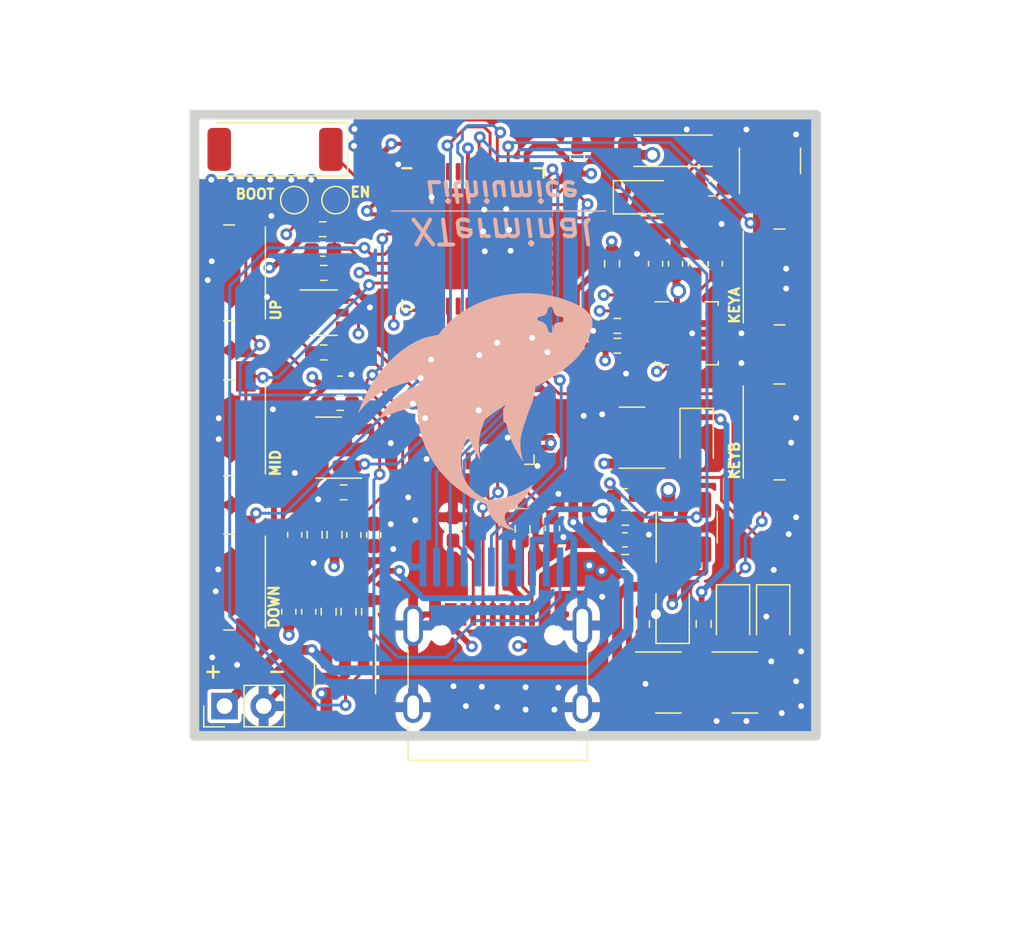
<source format=kicad_pcb>
(kicad_pcb (version 20211014) (generator pcbnew)
  (layers (0 "F.Cu" signal) (1 "In1.Cu" signal "GND") (2 "In2.Cu" signal "PWR") (31 "B.Cu" signal) (34 "B.Paste" user) (35 "F.Paste" user) (36 "B.SilkS" user "B.Silkscreen") (37 "F.SilkS" user "F.Silkscreen") (38 "B.Mask" user) (39 "F.Mask" user) (44 "Edge.Cuts" user))
  (net 0 "")
  (net 1 "GND")
  (net 2 "+3V3")
  (net 3 "/BAT_DET")
  (net 4 "Net-(BZ1-Pad2)")
  (net 5 "/ESP_EN")
  (net 6 "+3.3VA")
  (net 7 "Net-(AE1-Pad1)")
  (net 8 "+BATT")
  (net 9 "/VCC_SYS_IN")
  (net 10 "/GPIO21")
  (net 11 "/KEY1_RAW")
  (net 12 "/GPIO27")
  (net 13 "/CH340_DTR")
  (net 14 "/CH340_RTS")
  (net 15 "Net-(R10-Pad1)")
  (net 16 "/ESP_BOOT")
  (net 17 "/VCC_SYS")
  (net 18 "/BUZZ")
  (net 19 "/GPIO12")
  (net 23 "Net-(Q6-Pad3)")
  (net 28 "/GPIO13")
  (net 29 "/CHG_DET")
  (net 30 "/GPIO35")
  (net 31 "/GPIO36")
  (net 32 "/GPIO39")
  (net 37 "/GPIO34")
  (net 38 "/GPIO32")
  (net 39 "/GPIO33")
  (net 40 "/GPIO14")
  (net 41 "/GPIO15")
  (net 42 "/GPIO2")
  (net 43 "VBUS")
  (net 44 "/USB_PWR_DP")
  (net 45 "/USB_PWR_DM")
  (net 46 "/GPIO4")
  (net 47 "/GPIO9")
  (net 48 "/GPIO10")
  (net 49 "/GPIO18")
  (net 50 "/GPIO23")
  (net 51 "/GPIO19")
  (net 52 "/CH340_TXD")
  (net 53 "/CH340_RXD")
  (net 54 "/GPIO22")
  (net 55 "/GPIO26")
  (net 56 "Net-(C5-Pad1)")
  (net 57 "Net-(C8-Pad1)")
  (net 58 "Net-(D3-Pad1)")
  (net 59 "Net-(D4-Pad1)")
  (net 60 "Net-(D5-Pad2)")
  (net 61 "Net-(Q5-Pad5)")
  (net 62 "Net-(Q5-Pad2)")
  (net 63 "Net-(R2-Pad1)")
  (net 64 "Net-(R3-Pad2)")
  (net 65 "Net-(R6-Pad2)")
  (net 66 "Net-(R13-Pad1)")
  (net 67 "Net-(R20-Pad2)")
  (net 76 "Net-(C13-Pad2)")
  (net 85 "/GPIO25")
  (footprint "Package_TO_SOT_SMD:SOT-23-5" (layer "F.Cu") (at 195.654 121.504 -90)
    (fp_text reference "U5" hide)
    (fp_text value "MCP73831-2-OT")
  )
  (footprint "Package_TO_SOT_SMD:SOT-23" (layer "F.Cu") (at 194.818 109.728 180)
    (fp_text reference "Q6" hide)
    (fp_text value "AO3400 Q_NMOS_GSD")
  )
  (footprint "Capacitor_SMD:C_0402_1005Metric_Pad0.74x0.62mm_HandSolder" (layer "F.Cu") (at 207.518 94.9365 -90)
    (fp_text reference "C1" hide)
    (fp_text value "100nF")
  )
  (footprint "Resistor_SMD:R_0402_1005Metric_Pad0.72x0.64mm_HandSolder" (layer "F.Cu") (at 209.9685 115.57)
    (fp_text reference "R7" hide)
    (fp_text value "10K")
  )
  (footprint "Diode_SMD:D_SOD-323" (layer "F.Cu") (at 213.614 109.22 -90)
    (fp_text reference "D2" hide)
    (fp_text value "D_Small")
  )
  (footprint "Diode_SMD:D_SOD-323" (layer "F.Cu") (at 210.858 96.937)
    (fp_text reference "D1" hide)
    (fp_text value "D_Small")
  )
  (footprint "Capacitor_SMD:C_0402_1005Metric_Pad0.74x0.62mm_HandSolder" (layer "F.Cu") (at 211.516 100.33 90)
    (fp_text reference "C2" hide)
    (fp_text value "2.2uF")
  )
  (footprint "Button_Switch_SMD:Panasonic_EVQPUJ_EVQPUA" (layer "F.Cu") (at 189.738 100.8 90)
    (fp_text reference "SW4" hide)
    (fp_text value "SW_Push")
  )
  (footprint "Capacitor_SMD:C_0402_1005Metric_Pad0.74x0.62mm_HandSolder" (layer "F.Cu") (at 193.086 114.178 -90)
    (fp_text reference "C12" hide)
    (fp_text value "0.1uF")
  )
  (footprint "Resistor_SMD:R_0402_1005Metric_Pad0.72x0.64mm_HandSolder" (layer "F.Cu") (at 195.4155 107.442)
    (fp_text reference "R20" hide)
    (fp_text value "10R")
  )
  (footprint "Package_TO_SOT_SMD:SOT-23" (layer "F.Cu") (at 212.1755 121.732)
    (fp_text reference "Q3" hide)
    (fp_text value "AO3400 Q_NMOS_GSD")
  )
  (footprint "Resistor_SMD:R_0402_1005Metric_Pad0.72x0.64mm_HandSolder" (layer "F.Cu") (at 194.818 118.11 90)
    (fp_text reference "R8" hide)
    (fp_text value "1K")
  )
  (footprint "Resistor_SMD:R_0402_1005Metric_Pad0.72x0.64mm_HandSolder" (layer "F.Cu") (at 209.9685 113.312668)
    (fp_text reference "R18" hide)
    (fp_text value "10K")
  )
  (footprint "Resistor_SMD:R_0402_1005Metric_Pad0.72x0.64mm_HandSolder" (layer "F.Cu") (at 204.724 113.8815 90)
    (fp_text reference "R10" hide)
    (fp_text value "5.1K")
  )
  (footprint "Resistor_SMD:R_0402_1005Metric_Pad0.72x0.64mm_HandSolder" (layer "F.Cu") (at 194.564 104.864 180)
    (fp_text reference "R16" hide)
    (fp_text value "10K")
  )
  (footprint "Package_DFN_QFN:QFN-24-1EP_4x4mm_P0.5mm_EP2.15x2.15mm" (layer "F.Cu") (at 203.2 108.47 90)
    (fp_text reference "U6" hide)
    (fp_text value "CH9102")
  )
  (footprint "Package_TO_SOT_SMD:SOT-363_SC-70-6" (layer "F.Cu") (at 194.564 102.832)
    (fp_text reference "Q5" hide)
    (fp_text value "BC847BS")
  )
  (footprint "Button_Switch_SMD:Panasonic_EVQPUJ_EVQPUA" (layer "F.Cu") (at 217.844 108.926 -90)
    (fp_text reference "SW1" hide)
    (fp_text value "SW_Push")
  )
  (footprint "TestPoint:TestPoint_Pad_D1.0mm" (layer "F.Cu") (at 193.0654 97.0788)
    (fp_text reference "TP2" hide)
    (fp_text value "TestPoint")
  )
  (footprint "Resistor_SMD:R_0402_1005Metric_Pad0.72x0.64mm_HandSolder" (layer "F.Cu") (at 209.5615 104.5225)
    (fp_text reference "R3" hide)
    (fp_text value "20K")
  )
  (footprint "Capacitor_SMD:C_0402_1005Metric_Pad0.74x0.62mm_HandSolder" (layer "F.Cu") (at 195.396789 106.434932)
    (fp_text reference "C14" hide)
    (fp_text value "100nF")
  )
  (footprint "Resistor_SMD:R_0402_1005Metric_Pad0.72x0.64mm_HandSolder" (layer "F.Cu") (at 214.4055 96.487 180)
    (fp_text reference "R1" hide)
    (fp_text value "20K")
  )
  (footprint "Resistor_SMD:R_0402_1005Metric_Pad0.72x0.64mm_HandSolder" (layer "F.Cu") (at 213.9715 118.7355 -90)
    (fp_text reference "R11" hide)
    (fp_text value "20K")
  )
  (footprint "Package_TO_SOT_SMD:SOT-23" (layer "F.Cu") (at 216.0755 121.732)
    (fp_text reference "Q4" hide)
    (fp_text value "AO3401 Q_PMOS_GSD")
  )
  (footprint "Package_LGA:LGA-16_3x3mm_P0.5mm_LayoutBorder3x5y" (layer "F.Cu") (at 213.106 103.886)
    (fp_text reference "U2" hide)
    (fp_text value "ICM-20602")
  )
  (footprint "Capacitor_SMD:C_0402_1005Metric_Pad0.74x0.62mm_HandSolder" (layer "F.Cu") (at 197.122 114.1905 90)
    (fp_text reference "C11" hide)
    (fp_text value "100nF")
  )
  (footprint "Resistor_SMD:R_0402_1005Metric_Pad0.72x0.64mm_HandSolder" (layer "F.Cu") (at 195.118 114.178 90)
    (fp_text reference "R14" hide)
    (fp_text value "100K")
  )
  (footprint "Capacitor_SMD:C_0402_1005Metric_Pad0.74x0.62mm_HandSolder" (layer "F.Cu") (at 193.802 118.11 -90)
    (fp_text reference "D4" hide)
    (fp_text value "LED_Small")
  )
  (footprint "Connector_USB:USB_C_Receptacle_XKB_U262-16XN-4BVC11" (layer "F.Cu") (at 203.454 121.92)
    (fp_text reference "U3" hide)
    (fp_text value "USBC")
  )
  (footprint "Capacitor_SMD:C_0402_1005Metric_Pad0.74x0.62mm_HandSolder" (layer "F.Cu") (at 206.248 113.8515 90)
    (fp_text reference "C13" hide)
    (fp_text value "100nF")
  )
  (footprint "Diode_SMD:D_SOD-323" (layer "F.Cu") (at 215.4715 118.2355 -90)
    (fp_text reference "D5" hide)
    (fp_text value "D_Small")
  )
  (footprint "Resistor_SMD:R_0402_1005Metric_Pad0.72x0.64mm_HandSolder" (layer "F.Cu") (at 195.58 112.014)
    (fp_text reference "R19" hide)
    (fp_text value "10K")
  )
  (footprint "RF_Antenna:Johanson_2450AT43F0100" (layer "F.Cu") (at 192.08 94.488 180)
    (fp_text reference "AE1" hide)
    (fp_text value "Antenna")
  )
  (footprint "Library:DET402" (layer "F.Cu") (at 210.104 94.557)
    (fp_text reference "BZ1" hide)
    (fp_text value "Buzzer")
  )
  (footprint "Resistor_SMD:R_0402_1005Metric_Pad0.72x0.64mm_HandSolder" (layer "F.Cu") (at 196.884 118.1125 -90)
    (fp_text reference "R6" hide)
    (fp_text value "2K")
  )
  (footprint "Resistor_SMD:R_0402_1005Metric_Pad0.72x0.64mm_HandSolder" (layer "F.Cu") (at 195.834 118.11 -90)
    (fp_text reference "R9" hide)
    (fp_text value "10K")
  )
  (footprint "Capacitor_SMD:C_0402_1005Metric_Pad0.74x0.62mm_HandSolder" (layer "F.Cu") (at 213.548 100.33 90)
    (fp_text reference "C4" hide)
    (fp_text value "10nF")
  )
  (footprint "Resistor_SMD:R_0402_1005Metric_Pad0.72x0.64mm_HandSolder" (layer "F.Cu") (at 209.296 100.33 90)
    (fp_text reference "R4" hide)
    (fp_text value "0R")
  )
  (footprint "Button_Switch_SMD:Panasonic_EVQPUJ_EVQPUA" (layer "F.Cu") (at 189.738 116.6 90)
    (fp_text reference "SW5" hide)
    (fp_text value "SW_Push")
  )
  (footprint "Capacitor_SMD:C_0402_1005Metric_Pad0.74x0.62mm_HandSolder" (layer "F.Cu") (at 212.532 100.33 90)
    (fp_text reference "C3" hide)
    (fp_text value "100nF")
  )
  (footprint "Capacitor_SMD:C_0402_1005Metric_Pad0.74x0.62mm_HandSolder" (layer "F.Cu") (at 209.9485 112.184)
    (fp_text reference "C8" hide)
    (fp_text value "10nF")
  )
  (footprint "Package_TO_SOT_SMD:SOT-23-5" (layer "F.Cu") (at 213.106 113.792 90)
    (fp_text reference "U4" hide)
    (fp_text value "MIC5219-3.3YM5")
  )
  (footprint "Button_Switch_SMD:Panasonic_EVQPUJ_EVQPUA" (layer "F.Cu") (at 217.844 101.007 -90)
    (fp_text reference "SW3" hide)
    (fp_text value "SW_Push")
  )
  (footprint "Resistor_SMD:R_0402_1005Metric_Pad0.72x0.64mm_HandSolder" (layer "F.Cu") (at 194.102 114.178 -90)
    (fp_text reference "R15" hide)
    (fp_text value "100K")
  )
  (footprint "Package_TO_SOT_SMD:SOT-23" (layer "F.Cu") (at 217.358 95.0745 90)
    (fp_text reference "Q1" hide)
    (fp_text value "AO3400 Q_NMOS_GSD")
  )
  (footprint "Capacitor_SMD:C_0402_1005Metric_Pad0.74x0.62mm_HandSolder" (layer "F.Cu") (at 194.5205 99.586 180)
    (fp_text reference "C6" hide)
    (fp_text value "1uF")
  )
  (footprint "Capacitor_SMD:C_0402_1005Metric_Pad0.74x0.62mm_HandSolder" (layer "F.Cu") (at 214.564 100.33 90)
    (fp_text reference "C5" hide)
    (fp_text value "100nF")
  )
  (footprint "Capacitor_SMD:C_0402_1005Metric_Pad0.74x0.62mm_HandSolder" (layer "F.Cu") (at 209.9485 114.441334)
    (fp_text reference "C9" hide)
    (fp_text value "10uF")
  )
  (footprint "Resistor_SMD:R_0402_1005Metric_Pad0.72x0.64mm_HandSolder" (layer "F.Cu") (at 209.5615 103.5065 180)
    (fp_text reference "R2" hide)
    (fp_text value "20K")
  )
  (footprint "Connector_PinHeader_2.00mm:PinHeader_1x02_P2.00mm_Vertical" (layer "F.Cu") (at 189.5 122.936 90)
    (fp_text reference "J1" hide)
    (fp_text value "Conn_01x02")
  )
  (footprint "Resistor_SMD:R_0402_1005Metric_Pad0.72x0.64mm_HandSolder" (layer "F.Cu") (at 194.5205 98.57)
    (fp_text reference "R5" hide)
    (fp_text value "10K")
  )
  (footprint "Resistor_SMD:R_0402_1005Metric_Pad0.72x0.64mm_HandSolder" (layer "F.Cu") (at 194.564 100.8 180)
    (fp_text reference "R17" hide)
    (fp_text value "10K")
  )
  (footprint "Resistor_SMD:R_0402_1005Metric_Pad0.72x0.64mm_HandSolder" (layer "F.Cu") (at 210.8215 118.738 90)
    (fp_text reference "R12" hide)
    (fp_text value "20K")
  )
  (footprint "TestPoint:TestPoint_Pad_D1.0mm" (layer "F.Cu") (at 195.1736 97.0788)
    (fp_text reference "TP1" hide)
    (fp_text value "TestPoint")
  )
  (footprint "Diode_SMD:D_SOD-323" (layer "F.Cu") (at 217.5215 118.238 -90)
    (fp_text reference "D6" hide)
    (fp_text value "D_Small")
  )
  (footprint "Resistor_SMD:R_0402_1005Metric_Pad0.72x0.64mm_HandSolder" (layer "F.Cu") (at 201.168 113.8815 90)
    (fp_text reference "R13" hide)
    (fp_text value "5.1K")
  )
  (footprint "Button_Switch_SMD:Panasonic_EVQPUJ_EVQPUA" (layer "F.Cu") (at 189.738 108.712 90)
    (fp_text reference "SW2" hide)
    (fp_text value "SW_Push")
  )
  (footprint "Capacitor_SMD:C_0402_1005Metric_Pad0.74x0.62mm_HandSolder" (layer "F.Cu") (at 196.106 114.1905 90)
    (fp_text reference "C10" hide)
    (fp_text value "10uF")
  )
  (footprint "Package_DFN_QFN:QFN-48-1EP_7x7mm_P0.5mm_EP5.15x5.15mm" (layer "F.Cu") (at 202.184 99.06)
    (fp_text reference "U1" hide)
    (fp_text value "ESP32-PICO-D4")
  )
  (footprint "Package_TO_SOT_SMD:SOT-23" (layer "F.Cu") (at 210.312 109.22 180)
    (fp_text reference "Q2" hide)
    (fp_text value "AO3401 Q_PMOS_GSD")
  )
  (footprint "Diode_SMD:D_SOD-323" (layer "F.Cu") (at 212.3875 118.2325 90)
    (fp_text reference "D3" hide)
    (fp_text value "D_Small")
  )
  (footprint "Capacitor_SMD:C_0402_1005Metric_Pad0.74x0.62mm_HandSolder" (layer "F.Cu") (at 192.784 118.11 -90)
    (fp_text reference "C7" hide)
    (fp_text value "10uF")
  )
  (footprint "LOGO" (layer "B.Cu") (at 202.6158 107.7468)
    (fp_text reference "G***")
    (fp_text value "LOGO" hide)
  )
  (footprint "Library:LCD-ST7789-1.54-12PINS" (layer "B.Cu") (at 207.332 115.824 180)
    (fp_text reference "U7" hide)
    (fp_text value "LCD")
  )
  (gr_line (start 198.0438 97.6376) (end 208.9658 97.6376) (layer "B.SilkS") (width 0.0762))
  (gr_rect locked (start 187.96 92.71) (end 219.71 124.46) (layer "Edge.Cuts") (width 0.5) (fill none))
  (gr_text "Lithiumice" (at 203.6318 96.6216 180) (layer "B.SilkS") (effects (font (size 1.016 1.016) (thickness 0.2032) italic) (justify mirror)))
  (gr_text "XTerminal" (at 203.6318 98.6536 180) (layer "B.SilkS") (effects (font (size 1.27 1.27) (thickness 0.2032) italic) (justify mirror)))
  (gr_text "KEYB" (at 215.5444 110.3884 90) (layer "F.SilkS") (effects (font (size 0.508 0.508) (thickness 0.127))))
  (gr_text "EN" (at 196.4436 96.6724) (layer "F.SilkS") (effects (font (size 0.508 0.508) (thickness 0.127))))
  (gr_text "BOOT" (at 191.0588 96.774) (layer "F.SilkS") (effects (font (size 0.508 0.508) (thickness 0.127))))
  (gr_text "MID" (at 192.1002 110.5154 90) (layer "F.SilkS") (effects (font (size 0.508 0.508) (thickness 0.127))))
  (gr_text "+    -" (at 190.5508 121.1326) (layer "F.SilkS") (effects (font (size 0.762 0.762) (thickness 0.127))))
  (gr_text "UP" (at 192.1256 102.6922 90) (layer "F.SilkS") (effects (font (size 0.508 0.508) (thickness 0.127))))
  (gr_text "KEYA" (at 215.5444 102.4636 90) (layer "F.SilkS") (effects (font (size 0.508 0.508) (thickness 0.127))))
  (gr_text "DOWN" (at 192.024 117.856 90) (layer "F.SilkS") (effects (font (size 0.508 0.508) (thickness 0.127))))
  (segment (start 203.962 109.22) (end 203.8858 109.22) (width 0.3) (layer "F.Cu") (net 1))
  (segment (start 210.516 115.52) (end 210.566 115.57) (width 0.3) (layer "F.Cu") (net 1))
  (segment (start 213.106 103.7844) (end 213.1314 103.8098) (width 0.3) (layer "F.Cu") (net 1))
  (segment (start 211.4347 118.1405) (end 211.5312 118.237) (width 0.3) (layer "F.Cu") (net 1))
  (segment (start 193.116 114.7755) (end 193.086 114.7455) (width 0.3) (layer "F.Cu") (net 1))
  (segment (start 200.104 118.25) (end 199.699 118.25) (width 0.3) (layer "F.Cu") (net 1))
  (segment (start 213.106 102.661) (end 213.106 103.7844) (width 0.3) (layer "F.Cu") (net 1))
  (segment (start 195.964289 106.016311) (end 195.9864 105.9942) (width 0.3) (layer "F.Cu") (net 1))
  (segment (start 191.6684 101.8286) (end 193.911 99.586) (width 0.3) (layer "F.Cu") (net 1))
  (segment (start 213.2076 103.886) (end 213.3854 103.886) (width 0.3) (layer "F.Cu") (net 1))
  (segment (start 197.9676 113.6142) (end 197.993 113.6396) (width 0.3) (layer "F.Cu") (net 1))
  (segment (start 208.5833 103.5065) (end 208.3308 103.759) (width 0.3) (layer "F.Cu") (net 1))
  (segment (start 199.699 118.25) (end 199.134 118.815) (width 0.3) (layer "F.Cu") (net 1))
  (segment (start 214.331 103.886) (end 213.3854 103.886) (width 0.3) (layer "F.Cu") (net 1))
  (segment (start 210.566 115.57) (end 210.566 114.7826) (width 0.3) (layer "F.Cu") (net 1))
  (segment (start 208.964 103.5065) (end 208.5833 103.5065) (width 0.3) (layer "F.Cu") (net 1))
  (segment (start 195.654 120.3665) (end 195.654 120.714717) (width 0.3) (layer "F.Cu") (net 1))
  (segment (start 196.106 113.623) (end 197.122 113.623) (width 0.3) (layer "F.Cu") (net 1))
  (segment (start 197.8152 113.6142) (end 197.9676 113.6142) (width 0.3) (layer "F.Cu") (net 1))
  (segment (start 194.102 114.7755) (end 194.102 115.5748) (width 0.3) (layer "F.Cu") (net 1))
  (segment (start 194.102 114.7755) (end 193.116 114.7755) (width 0.3) (layer "F.Cu") (net 1))
  (segment (start 193.53452 121.67948) (end 193.294 121.92) (width 0.3) (layer "F.Cu") (net 1))
  (segment (start 194.9825 112.014) (end 194.6402 112.014) (width 0.3) (layer "F.Cu") (net 1))
  (segment (start 202.45 111.6972) (end 201.8792 112.268) (width 0.2032) (layer "F.Cu") (net 1))
  (segment (start 213.106 114.9295) (end 213.106 114.1476) (width 0.3) (layer "F.Cu") (net 1))
  (segment (start 210.8215 118.1405) (end 211.4347 118.1405) (width 0.3) (layer "F.Cu") (net 1))
  (segment (start 193.953 99.586) (end 193.911 99.586) (width 0.3) (layer "F.Cu") (net 1))
  (segment (start 194.6402 112.014) (end 194.2846 112.3696) (width 0.3) (layer "F.Cu") (net 1))
  (segment (start 199.134 118.815) (end 199.134 122.995) (width 0.3) (layer "F.Cu") (net 1))
  (segment (start 207.774 118.815) (end 207.774 122.995) (width 0.3) (layer "F.Cu") (net 1))
  (segment (start 202.45 107.8618) (end 202.4888 107.823) (width 0.2032) (layer "F.Cu") (net 1))
  (segment (start 195.964289 106.434932) (end 195.964289 106.016311) (width 0.3) (layer "F.Cu") (net 1))
  (segment (start 206.248 114.419) (end 206.6878 114.419) (width 0.3) (layer "F.Cu") (net 1))
  (segment (start 194.689237 121.67948) (end 193.53452 121.67948) (width 0.3) (layer "F.Cu") (net 1))
  (segment (start 192.516 121.92) (end 191.5 122.936) (width 0.3) (layer "F.Cu") (net 1))
  (segment (start 195.654 120.714717) (end 194.689237 121.67948) (width 0.3) (layer "F.Cu") (net 1))
  (segment (start 202.45 110.4075) (end 202.45 111.6972) (width 0.2032) (layer "F.Cu") (net 1))
  (segment (start 210.516 114.441334) (end 210.907266 114.441334) (width 0.3) (layer "F.Cu") (net 1))
  (segment (start 202.45 109.22) (end 203.2 108.47) (width 0.2032) (layer "F.Cu") (net 1))
  (segment (start 191.6684 101.8286) (end 191.6684 102.0318) (width 0.3) (layer "F.Cu") (net 1))
  (segment (start 210.566 114.7826) (end 211.5058 113.8428) (width 0.3) (layer "F.Cu") (net 1))
  (segment (start 213.106 114.1476) (end 212.8012 113.8428) (width 0.3) (layer "F.Cu") (net 1))
  (segment (start 201.8792 112.268) (end 198.882 112.268) (width 0.2032) (layer "F.Cu") (net 1))
  (segment (start 202.45 110.4075) (end 202.45 109.6384) (width 0.2032) (layer "F.Cu") (net 1))
  (segment (start 202.45 109.6384) (end 202.45 109.22) (width 0.2032) (layer "F.Cu") (net 1))
  (segment (start 213.1314 103.8098) (end 213.2076 103.886) (width 0.3) (layer "F.Cu") (net 1))
  (segment (start 206.6878 114.419) (end 206.8068 114.3) (width 0.3) (layer "F.Cu") (net 1))
  (segment (start 203.8858 109.22) (end 202.4888 107.823) (width 0.3) (layer "F.Cu") (net 1))
  (segment (start 202.45 109.6384) (end 202.45 107.8618) (width 0.2032) (layer "F.Cu") (net 1))
  (segment (start 210.516 114.441334) (end 210.516 115.52) (width 0.3) (layer "F.Cu") (net 1))
  (segment (start 193.294 121.92) (end 192.516 121.92) (width 0.3) (layer "F.Cu") (net 1))
  (segment (start 207.774 118.815) (end 207.069 118.815) (width 0.3) (layer "F.Cu") (net 1))
  (segment (start 212.8012 113.8428) (end 211.5058 113.8428) (width 0.3) (layer "F.Cu") (net 1))
  (segment (start 197.8064 113.623) (end 197.8152 113.6142) (width 0.3) (layer "F.Cu") (net 1))
  (segment (start 197.122 113.623) (end 197.8064 113.623) (width 0.3) (layer "F.Cu") (net 1))
  (segment (start 194.102 115.5748) (end 194.056 115.6208) (width 0.3) (layer "F.Cu") (net 1))
  (segment (start 207.069 118.815) (end 206.504 118.25) (width 0.3) (layer "F.Cu") (net 1))
  (via (at 190.8048 96.0374) (size 0.6) (drill 0.3) (layers "F.Cu" "B.Cu") (net 1))
  (via (at 203.962 109.22) (size 0.6) (drill 0.3) (layers "F.Cu" "B.Cu") (net 1))
  (via (at 188.849 100.203) (size 0.6) (drill 0.3) (layers "F.Cu" "B.Cu") (net 1))
  (via (at 214.884 98.298) (size 0.6) (drill 0.3) (layers "F.Cu" "B.Cu") (net 1))
  (via (at 217.551 115.9764) (size 0.6) (drill 0.3) (layers "F.Cu" "B.Cu") (net 1))
  (via (at 189.8142 96.012) (size 0.6) (drill 0.3) (layers "F.Cu" "B.Cu") (net 1))
  (via (at 217.9574 123.2916) (size 0.6) (drill 0.3) (layers "F.Cu" "B.Cu") (net 1))
  (via (at 218.948 122.936) (size 0.6) (drill 0.3) (layers "F.Cu" "B.Cu") (net 1))
  (via (at 213.106 93.472) (size 0.6) (drill 0.3) (layers "F.Cu" "B.Cu") (net 1))
  (via (at 205.486 110.6678) (size 0.6) (drill 0.3) (layers "F.Cu" "B.Cu") (net 1))
  (via (at 218.694 113.284) (size 0.6) (drill 0.3) (layers "F.Cu" "B.Cu") (net 1))
  (via (at 208.3308 103.759) (size 0.6) (drill 0.3) (layers "F.Cu" "B.Cu") (net 1))
  (via (at 210.566 99.822) (size 0.6) (drill 0.3) (layers "F.Cu" "B.Cu") (net 1))
  (via (at 194.2846 112.3696) (size 0.6) (drill 0.3) (layers "F.Cu" "B.Cu") (net 1))
  (via (at 197.993 113.6396) (size 0.6) (drill 0.3) (layers "F.Cu" "B.Cu") (net 1))
  (via (at 202.4888 107.823) (size 0.6) (drill 0.3) (layers "F.Cu" "B.Cu") (net 1))
  (via (at 200.0758 96.9264) (size 0.6) (drill 0.3) (layers "F.Cu" "B.Cu") (net 1))
  (via (at 218.186 101.6) (size 0.6) (drill 0.3) (layers "F.Cu" "B.Cu") (net 1))
  (via (at 218.313 114.1476) (size 0.6) (drill 0.3) (layers "F.Cu" "B.Cu") (net 1))
  (via (at 204.8764 121.9708) (size 0.6) (drill 0.3) (layers "F.Cu" "B.Cu") (net 1))
  (via (at 190.1444 120.8278) (size 0.6) (drill 0.3) (layers "F.Cu" "B.Cu") (net 1))
  (via (at 215.9 103.886) (size 0.6) (drill 0.3) (layers "F.Cu" "B.Cu") (net 1))
  (via (at 215.9 105.41) (size 0.6) (drill 0.3) (layers "F.Cu" "B.Cu") (net 1))
  (via (at 218.44 109.474) (size 0.6) (drill 0.3) (layers "F.Cu" "B.Cu") (net 1))
  (via (at 193.0908 111.0234) (size 0.6) (drill 0.3) (layers "F.Cu" "B.Cu") (net 1))
  (via (at 218.186 100.584) (size 0.6) (drill 0.3) (layers "F.Cu" "B.Cu") (net 1))
  (via (at 197.993 109.4994) (size 0.6) (drill 0.3) (layers "F.Cu" "B.Cu") (net 1))
  (via (at 202.7174 98.679) (size 0.6) (drill 0.3) (layers "F.Cu" "B.Cu") (net 1))
  (via (at 196.1134 94.3102) (size 0.6) (drill 0.3) (layers "F.Cu" "B.Cu") (net 1))
  (via (at 211 121.8) (size 0.6) (drill 0.3) (layers "F.Cu" "B.Cu") (net 1))
  (via (at 202.7682 97.5614) (size 0.6) (drill 0.3) (layers "F.Cu" "B.Cu") (net 1))
  (via (at 218.694 108.204) (size 0.6) (drill 0.3) (layers "F.Cu" "B.Cu") (net 1))
  (via (at 198.374 95.25) (size 0.6) (drill 0.3) (layers "F.Cu" "B.Cu") (net 1))
  (via (at 203.8858 97.536) (size 0.6) (drill 0.3) (layers "F.Cu" "B.Cu") (net 1))
  (via (at 189.2046 109.2962) (size 0.6) (drill 0.3) (layers "F.Cu" "B.Cu") (net 1))
  (via (at 202.6412 121.9454) (size 0.6) (drill 0.3) (layers "F.Cu" "B.Cu") (net 1))
  (via (at 193.929 96.0374) (size 0.6) (drill 0.3) (layers "F.Cu" "B.Cu") (net 1))
  (via (at 191.6684 102.0318) (size 0.6) (drill 0.3) (layers "F.Cu" "B.Cu") (net 1))
  (via (at 206.8068 114.3) (size 0.6) (drill 0.3) (layers "F.Cu" "B.Cu") (net 1))
  (via (at 216.154 123.698) (size 0.6) (drill 0.3) (layers "F.Cu" "B.Cu") (net 1))
  (via (at 189.1792 115.951) (size 0.6) (drill 0.3) (layers "F.Cu" "B.Cu") (net 1))
  (via (at 217.424 120.65) (size 0.6) (drill 0.3) (layers "F.Cu" "B.Cu") (net 1))
  (via (at 191.8462 96.0374) (size 0.6) (drill 0.3) (layers "F.Cu" "B.Cu") (net 1))
  (via (at 216.154 93.472) (size 0.6) (drill 0.3) (layers "F.Cu" "B.Cu") (net 1))
  (via (at 211.5312 118.237) (size 0.8) (drill 0.5) (layers "F.Cu" "B.Cu") (net 1))
  (via (at 217.17 118.364) (size 0.6) (drill 0.3) (layers "F.Cu" "B.Cu") (net 1))
  (via (at 208.788 117.348) (size 0.6) (drill 0.3) (layers "F.Cu" "B.Cu") (net 1))
  (via (at 218.948 120.142) (size 0.6) (drill 0.3) (layers "F.Cu" "B.Cu") (net 1))
  (via (at 188.8236 96.0374) (size 0.6) (drill 0.3) (layers "F.Cu" "B.Cu") (net 1))
  (via (at 196.9262 102.5652) (size 0.6) (drill 0.3) (layers "F.Cu" "B.Cu") (net 1))
  (via (at 210.0072 105.9434) (size 0.6) (drill 0.3) (layers "F.Cu" "B.Cu") (net 1))
  (via (at 189.2046 108.2294) (size 0.6) (drill 0.3) (layers "F.Cu" "B.Cu") (net 1))
  (via (at 199.8218 110.3122) (size 0.6) (drill 0.3) (layers "F.Cu" "B.Cu") (net 1))
  (via (at 201.1934 121.92) (size 0.6) (drill 0.3) (layers "F.Cu" "B.Cu") (net 1))
  (via (at 188.8744 120.4468) (size 0.6) (drill 0.3) (layers "F.Cu" "B.Cu") (net 1))
  (via (at 206.3496 123.1138) (size 0.6) (drill 0.3) (layers "F.Cu" "B.Cu") (net 1))
  (via (at 204.8764 123.1138) (size 0.6) (drill 0.3) (layers "F.Cu" "B.Cu") (net 1))
  (via (at 214.63 123.698) (size 0.6) (drill 0.3) (layers "F.Cu" "B.Cu") (net 1))
  (via (at 189.0522 117.0686) (size 0.6) (drill 0.3) (layers "F.Cu" "B.Cu") (net 1))
  (via (at 191.9732 107.7722) (size 0.6) (drill 0.3) (layers "F.Cu" "B.Cu") (net 1))
  (via (at 207.8482 108.1024) (size 0.6) (drill 0.3) (layers "F.Cu" "B.Cu") (net 1))
  (via (at 194.056 115.6208) (size 0.6) (drill 0.3) (layers "F.Cu" "B.Cu") (net 1))
  (via (at 208.788 108.0262) (size 0.6) (drill 0.3) (layers "F.Cu" "B.Cu") (net 1))
  (via (at 218.694 121.666) (size 0.6) (drill 0.3) (layers "F.Cu" "B.Cu") (net 1))
  (via (at 213.3854 103.886) (size 0.6) (drill 0.3) (layers "F.Cu" "B.Cu") (net 1))
  (via (at 195.9864 105.9942) (size 0.6) (drill 0.3) (layers "F.Cu" "B.Cu") (net 1))
  (via (at 198.882 112.268) (size 0.6) (drill 0.3) (layers "F.Cu" "B.Cu") (net 1))
  (via (at 204.1144 99.6696) (size 0.6) (drill 0.3) (layers "F.Cu" "B.Cu") (net 1))
  (via (at 198.12 114.9096) (size 0.6) (drill 0.3) (layers "F.Cu" "B.Cu") (net 1))
  (via (at 188.6458 101.1682) (size 0.6) (drill 0.3) (layers "F.Cu" "B.Cu") (net 1))
  (via (at 201.8284 122.936) (size 0.6) (drill 0.3) (layers "F.Cu" "B.Cu") (net 1))
  (via (at 192.913 96.0374) (size 0.6) (drill 0.3) (layers "F.Cu" "B.Cu") (net 1))
  (via (at 206.5528 112.0902) (size 0.6) (drill 0.3) (layers "F.Cu" "B.Cu") (net 1))
  (via (at 191.897 97.8916) (size 0.6) (drill 0.3) (layers "F.Cu" "B.Cu") (net 1))
  (via (at 206.5528 121.9962) (size 0.6) (drill 0.3) (layers "F.Cu" "B.Cu") (net 1))
  (via (at 203.4286 122.9868) (size 0.6) (drill 0.3) (layers "F.Cu" "B.Cu") (net 1))
  (via (at 199.2376 113.4364) (size 0.6) (drill 0.3) (layers "F.Cu" "B.Cu") (net 1))
  (via (at 202.7936 99.695) (size 0.6) (drill 0.3) (layers "F.Cu" "B.Cu") (net 1))
  (via (at 218.694 93.726) (size 0.6) (drill 0.3) (layers "F.Cu" "B.Cu") (net 1))
  (via (at 211.1756 114.173) (size 0.6) (drill 0.3) (layers "F.Cu" "B.Cu") (net 1))
  (via (at 196.1388 93.4466) (size 0.6) (drill 0.3) (layers "F.Cu" "B.Cu") (net 1))
  (via (at 204.0382 98.6028) (size 0.6) (drill 0.3) (layers "F.Cu" "B.Cu") (net 1))
  (segment (start 208.0021 104.5225) (end 207.4926 104.013) (width 0.3) (layer "F.Cu") (net 2))
  (segment (start 213.548 100.8975) (end 211.516 100.8975) (width 0.3) (layer "F.Cu") (net 2))
  (segment (start 210.3144 94.7674) (end 211.3534 94.7674) (width 0.5) (layer "F.Cu") (net 2))
  (segment (start 212.532 100.8975) (end 212.532 101.5848) (width 0.3) (layer "F.Cu") (net 2))
  (segment (start 212.156 112.6545) (end 212.1662 112.6443) (width 0.7) (layer "F.Cu") (net 2))
  (segment (start 208.2413 100.9275) (end 209.296 100.9275) (width 0.3) (layer "F.Cu") (net 2))
  (segment (start 191.9598 100.5332) (end 193.923 98.57) (width 0.3) (layer "F.Cu") (net 2))
  (segment (start 211.881 102.886) (end 211.881 101.2625) (width 0.3) (layer "F.Cu") (net 2))
  (segment (start 210.104 96.641) (end 209.808 96.937) (width 0.3) (layer "F.Cu") (net 2))
  (segment (start 210.104 94.557) (end 210.3144 94.7674) (width 0.5) (layer "F.Cu") (net 2))
  (segment (start 209.371 113.312668) (end 208.935932 112.8776) (width 0.3) (layer "F.Cu") (net 2))
  (segment (start 209.381 113.322668) (end 209.371 113.312668) (width 0.3) (layer "F.Cu") (net 2))
  (segment (start 195.879141 117.5125) (end 195.834 117.5125) (width 0.3) (layer "F.Cu") (net 2))
  (segment (start 212.5726 101.346) (end 212.5726 100.9381) (width 0.3) (layer "F.Cu") (net 2))
  (segment (start 212.532 101.5848) (end 212.6742 101.727) (width 0.3) (layer "F.Cu") (net 2))
  (segment (start 192.024 115.062) (end 192.024 109.228641) (width 0.3) (layer "F.Cu") (net 2))
  (segment (start 209.381 114.441334) (end 209.381 113.322668) (width 0.3) (layer "F.Cu") (net 2))
  (segment (start 208.964 105.2594) (end 208.9404 105.283) (width 0.3) (layer "F.Cu") (net 2))
  (segment (start 210.104 94.557) (end 210.104 96.641) (width 0.3) (layer "F.Cu") (net 2))
  (segment (start 212.1662 112.6443) (end 212.1662 111.887) (width 0.7) (layer "F.Cu") (net 2))
  (segment (start 208.964 104.5225) (end 208.0021 104.5225) (width 0.3) (layer "F.Cu") (net 2))
  (segment (start 195.834 117.5125) (end 194.6535 116.332) (width 0.3) (layer "F.Cu") (net 2))
  (segment (start 207.4926 101.6762) (end 208.2413 100.9275) (width 0.3) (layer "F.Cu") (net 2))
  (segment (start 193.294 116.332) (end 192.024 115.062) (width 0.3) (layer "F.Cu") (net 2))
  (segment (start 194.6535 116.332) (end 193.294 116.332) (width 0.3) (layer "F.Cu") (net 2))
  (segment (start 212.532 100.8975) (end 212.606 100.9715) (width 0.3) (layer "F.Cu") (net 2))
  (segment (start 208.964 104.5225) (end 208.964 105.2594) (width 0.3) (layer "F.Cu") (net 2))
  (segment (start 191.7954 100.5332) (end 191.9598 100.5332) (width 0.3) (layer "F.Cu") (net 2))
  (segment (start 198.4248 116.0272) (end 197.364441 116.0272) (width 0.3) (layer "F.Cu") (net 2))
  (segment (start 211.881 101.2625) (end 211.516 100.8975) (width 0.3) (layer "F.Cu") (net 2))
  (segment (start 212.606 102.661) (end 212.606 100.9715) (width 0.3) (layer "F.Cu") (net 2))
  (segment (start 207.4926 104.013) (end 207.4926 101.6762) (width 0.3) (layer "F.Cu") (net 2))
  (segment (start 192.024 109.228641) (end 194.817709 106.434932) (width 0.3) (layer "F.Cu") (net 2))
  (segment (start 211.516 100.8975) (end 209.326 100.8975) (width 0.3) (layer "F.Cu") (net 2))
  (segment (start 197.364441 116.0272) (end 195.879141 117.5125) (width 0.3) (layer "F.Cu") (net 2))
  (segment (start 208.935932 112.8776) (end 208.7763 112.8776) (width 0.3) (layer "F.Cu") (net 2))
  (segment (start 209.326 100.8975) (end 209.296 100.9275) (width 0.3) (layer "F.Cu") (net 2))
  (segment (start 194.829289 106.434932) (end 194.293534 106.434932) (width 0.3) (layer "F.Cu") (net 2))
  (segment (start 194.293534 106.434932) (end 193.979801 106.121199) (width 0.3) (layer "F.Cu") (net 2))
  (via (at 212.1662 111.887) (size 0.8) (drill 0.5) (layers "F.Cu" "B.Cu") (net 2))
  (via (at 193.979801 106.121199) (size 0.6) (drill 0.3) (layers "F.Cu" "B.Cu") (net 2))
  (via (at 191.7954 100.5332) (size 0.6) (drill 0.3) (layers "F.Cu" "B.Cu") (net 2))
  (via (at 208.9404 105.283) (size 0.6) (drill 0.3) (layers "F.Cu" "B.Cu") (net 2))
  (via (at 212.6742 101.727) (size 0.8) (drill 0.5) (layers "F.Cu" "B.Cu") (net 2))
  (via (at 211.3534 94.7674) (size 0.8) (drill 0.5) (layers "F.Cu" "B.Cu") (net 2))
  (via (at 208.8134 112.9538) (size 0.8) (drill 0.5) (layers "F.Cu" "B.Cu") (net 2))
  (via (at 198.4248 116.0272) (size 0.6) (drill 0.3) (layers "F.Cu" "B.Cu") (net 2))
  (segment (start 198.4248 116.205) (end 198.4248 116.0272) (width 0.3) (layer "B.Cu") (net 2))
  (segment (start 205.232 117.1702) (end 204.978 117.4242) (width 0.3) (layer "B.Cu") (net 2))
  (segment (start 206.502 112.8776) (end 208.7763 112.8776) (width 0.3) (layer "B.Cu") (net 2))
  (segment (start 205.9432 113.4364) (end 206.502 112.8776) (width 0.3) (layer "B.Cu") (net 2))
  (segment (start 205.9432 114.427) (end 205.9432 115.8128) (width 0.3) (layer "B.Cu") (net 2))
  (segment (start 205.9432 115.8128) (end 205.932 115.824) (width 0.3) (layer "B.Cu") (net 2))
  (segment (start 205.9432 114.427) (end 205.9432 113.4364) (width 0.3) (layer "B.Cu") (net 2))
  (segment (start 199.644 117.4242) (end 198.4248 116.205) (width 0.3) (layer "B.Cu") (net 2))
  (segment (start 205.232 115.824) (end 205.232 114.427) (width 0.3) (layer "B.Cu") (net 2))
  (segment (start 205.232 115.824) (end 205.232 117.1702) (width 0.3) (layer "B.Cu") (net 2))
  (segment (start 205.232 114.427) (end 205.9432 114.427) (width 0.3) (layer "B.Cu") (net 2))
  (segment (start 204.978 117.4242) (end 199.644 117.4242) (width 0.3) (layer "B.Cu") (net 2))
  (segment (start 196.8754 112.8776) (end 198.6026 111.1504) (width 0.15) (layer "F.Cu") (net 3))
  (segment (start 196.7738 106.7308) (end 196.7738 106.299) (width 0.15) (layer "F.Cu") (net 3))
  (segment (start 196.7738 106.299) (end 197.0532 106.0196) (width 0.15) (layer "F.Cu") (net 3))
  (segment (start 198.6026 108.5596) (end 196.7738 106.7308) (width 0.15) (layer "F.Cu") (net 3))
  (segment (start 193.086 113.6105) (end 195.088 113.6105) (width 0.15) (layer "F.Cu") (net 3))
  (segment (start 198.6026 111.1504) (end 198.6026 108.5596) (width 0.15) (layer "F.Cu") (net 3))
  (segment (start 197.8112 98.81) (end 197.5612 99.06) (width 0.15) (layer "F.Cu") (net 3))
  (segment (start 195.8209 112.8776) (end 196.8754 112.8776) (width 0.15) (layer "F.Cu") (net 3))
  (segment (start 198.734 98.81) (end 197.8112 98.81) (width 0.15) (layer "F.Cu") (net 3))
  (segment (start 195.088 113.6105) (end 195.118 113.5805) (width 0.15) (layer "F.Cu") (net 3))
  (segment (start 195.118 113.5805) (end 195.8209 112.8776) (width 0.15) (layer "F.Cu") (net 3))
  (via (at 197.5612 99.06) (size 0.6) (drill 0.3) (layers "F.Cu" "B.Cu") (net 3))
  (via (at 197.0532 106.0196) (size 0.6) (drill 0.3) (layers "F.Cu" "B.Cu") (net 3))
  (segment (start 197.0532 106.0196) (end 197.5612 105.5116) (width 0.15) (layer "B.Cu") (net 3))
  (segment (start 197.5612 105.5116) (end 197.5612 99.06) (width 0.15) (layer "B.Cu") (net 3))
  (segment (start 214.288 94.557) (end 214.704 94.557) (width 0.15) (layer "F.Cu") (net 4))
  (segment (start 216.593 94.557) (end 214.704 94.557) (width 0.15) (layer "F.Cu") (net 4))
  (segment (start 217.013 94.137) (end 216.593 94.557) (width 0.15) (layer "F.Cu") (net 4))
  (segment (start 211.908 96.937) (end 214.288 94.557) (width 0.15) (layer "F.Cu") (net 4))
  (segment (start 217.358 94.137) (end 217.013 94.137) (width 0.15) (layer "F.Cu") (net 4))
  (segment (start 195.088 99.806) (end 194.564 100.33) (width 0.15) (layer "F.Cu") (net 5))
  (segment (start 195.088 99.586) (end 195.933358 99.586) (width 0.15) (layer "F.Cu") (net 5))
  (segment (start 195.118 97.1344) (end 195.118 98.57) (width 0.15) (layer "F.Cu") (net 5))
  (segment (start 194.564 101.609414) (end 194.51848 101.654935) (width 0.15) (layer "F.Cu") (net 5))
  (segment (start 195.1736 97.0788) (end 195.118 97.1344) (width 0.15) (layer "F.Cu") (net 5))
  (segment (start 195.118 98.57) (end 195.118 99.556) (width 0.15) (layer "F.Cu") (net 5))
  (segment (start 196.657358 100.31) (end 198.734 100.31) (width 0.15) (layer "F.Cu") (net 5))
  (segment (start 194.51848 101.654935) (end 194.51848 103.05252) (width 0.15) (layer "F.Cu") (net 5))
  (segment (start 194.51848 103.05252) (end 194.089 103.482) (width 0.15) (layer "F.Cu") (net 5))
  (segment (start 194.564 100.33) (end 194.564 101.609414) (width 0.15) (layer "F.Cu") (net 5))
  (segment (start 195.933358 99.586) (end 196.657358 100.31) (width 0.15) (layer "F.Cu") (net 5))
  (segment (start 195.088 99.586) (end 195.088 99.806) (width 0.15) (layer "F.Cu") (net 5))
  (segment (start 195.118 99.556) (end 195.088 99.586) (width 0.15) (layer "F.Cu") (net 5))
  (segment (start 193.614 103.482) (end 194.089 103.482) (width 0.15) (layer "F.Cu") (net 5))
  (segment (start 197.1014 97.31) (end 196.7738 97.6376) (width 0.2032) (layer "F.Cu") (net 6))
  (segment (start 196.9462 97.81) (end 196.7738 97.6376) (width 0.2032) (layer "F.Cu") (net 6))
  (segment (start 200.434 94.77) (end 199.8726 94.2086) (width 0.2032) (layer "F.Cu") (net 6))
  (segment (start 199.8726 94.2086) (end 198.0184 94.2086) (width 0.2032) (layer "F.Cu") (net 6))
  (segment (start 198.0184 94.234) (end 198.0184 94.2086) (width 0.3) (layer "F.Cu") (net 6))
  (segment (start 207.518 95.504) (end 206.2734 94.2594) (width 0.3) (layer "F.Cu") (net 6))
  (segment (start 198.7465 97.81) (end 196.9462 97.81) (width 0.2032) (layer "F.Cu") (net 6))
  (segment (start 206.2734 94.2594) (end 205.3844 94.2594) (width 0.3) (layer "F.Cu") (net 6))
  (segment (start 197.6374 95.9612) (end 197.9862 96.31) (width 0.3) (layer "F.Cu") (net 6))
  (segment (start 202.434 103.374) (end 203.4286 104.3686) (width 0.3) (layer "F.Cu") (net 6))
  (segment (start 197.6374 94.615) (end 197.6374 95.9612) (width 0.3) (layer "F.Cu") (net 6))
  (segment (start 197.9862 96.31) (end 198.734 96.31) (width 0.3) (layer "F.Cu") (net 6))
  (segment (start 207.7466 95.7326) (end 207.518 95.504) (width 0.3) (layer "F.Cu") (net 6))
  (segment (start 209.296 99.2124) (end 209.2706 99.187) (width 0.3) (layer "F.Cu") (net 6))
  (segment (start 198.0184 94.234) (end 197.6374 94.615) (width 0.3) (layer "F.Cu") (net 6))
  (segment (start 209.296 99.7325) (end 209.296 99.2124) (width 0.3) (layer "F.Cu") (net 6))
  (segment (start 202.434 102.51) (end 202.434 103.374) (width 0.3) (layer "F.Cu") (net 6))
  (segment (start 198.7465 97.31) (end 197.1014 97.31) (width 0.2032) (layer "F.Cu") (net 6))
  (segment (start 204.934 94.7098) (end 204.934 95.61) (width 0.3) (layer "F.Cu") (net 6))
  (segment (start 205.3844 94.2594) (end 204.934 94.7098) (width 0.3) (layer "F.Cu") (net 6))
  (segment (start 208.2292 95.7326) (end 207.7466 95.7326) (width 0.3) (layer "F.Cu") (net 6))
  (segment (start 200.434 95.6225) (end 200.434 94.77) (width 0.2032) (layer "F.Cu") (net 6))
  (segment (start 201.934 95.6225) (end 201.934 94.4332) (width 0.2032) (layer "F.Cu") (net 6))
  (via (at 196.7738 97.6376) (size 0.6) (drill 0.3) (layers "F.Cu" "B.Cu") (net 6))
  (via (at 209.2706 99.187) (size 0.6) (drill 0.3) (layers "F.Cu" "B.Cu") (net 6))
  (via (at 198.0184 94.2086) (size 0.6) (drill 0.3) (layers "F.Cu" "B.Cu") (net 6))
  (via (at 201.934 94.4332) (size 0.6) (drill 0.3) (layers "F.Cu" "B.Cu") (net 6))
  (via (at 208.2292 95.7326) (size 0.6) (drill 0.3) (layers "F.Cu" "B.Cu") (net 6))
  (via (at 203.4286 104.3686) (size 0.6) (drill 0.3) (layers "F.Cu" "B.Cu") (net 6))
  (segment (start 196.81702 96.51242) (end 194.93 94.6254) (width 0.15) (layer "F.Cu") (net 7))
  (segment (start 198.734 96.81) (end 197.535441 96.81) (width 0.15) (layer "F.Cu") (net 7))
  (segment (start 194.93 94.6254) (end 194.93 94.488) (width 0.15) (layer "F.Cu") (net 7))
  (arc (start 197.535441 96.81) (mid 197.146634 96.732661) (end 196.81702 96.51242) (width 0.15) (layer "F.Cu") (net 7))
  (segment (start 197.122 114.758) (end 195.1355 114.758) (width 0.3) (layer "F.Cu") (net 8))
  (segment (start 195.118 114.7755) (end 195.118 115.778) (width 0.5) (layer "F.Cu") (net 8))
  (segment (start 194.2551 120.3665) (end 193.9544 120.0658) (width 0.5) (layer "F.Cu") (net 8))
  (segment (start 192.3702 120.0658) (end 193.9544 120.0658) (width 0.5) (layer "F.Cu") (net 8))
  (segment (start 195.118 115.778) (end 195.0974 115.7986) (width 0.5) (layer "F.Cu") (net 8))
  (segment (start 195.1355 114.758) (end 195.118 114.7755) (width 0.3) (layer "F.Cu") (net 8))
  (segment (start 189.5 122.936) (end 192.3702 120.0658) (width 0.5) (layer "F.Cu") (net 8))
  (segment (start 208.534 109.22) (end 207.3148 110.4392) (width 0.5) (layer "F.Cu") (net 8))
  (segment (start 194.704 120.3665) (end 194.2551 120.3665) (width 0.5) (layer "F.Cu") (net 8))
  (segment (start 209.3745 109.22) (end 208.534 109.22) (width 0.5) (layer "F.Cu") (net 8))
  (segment (start 207.3148 110.4392) (end 207.3148 113.538) (width 0.5) (layer "F.Cu") (net 8))
  (via (at 193.9544 120.0658) (size 0.6) (drill 0.3) (layers "F.Cu" "B.Cu") (net 8))
  (via (at 195.0974 115.7986) (size 0.6) (drill 0.3) (layers "F.Cu" "B.Cu") (net 8))
  (via (at 207.3148 113.538) (size 0.6) (drill 0.3) (layers "F.Cu" "B.Cu") (net 8))
  (segment (start 210.1342 116.3574) (end 207.3148 113.538) (width 0.5) (layer "B.Cu") (net 8))
  (segment (start 208.0768 121.1072) (end 210.1342 119.0498) (width 0.5) (layer "B.Cu") (net 8))
  (segment (start 210.1342 119.0498) (end 210.1342 116.3574) (width 0.5) (layer "B.Cu") (net 8))
  (segment (start 193.9544 120.0658) (end 194.9958 121.1072) (width 0.5) (layer "B.Cu") (net 8))
  (segment (start 194.9958 121.1072) (end 208.0768 121.1072) (width 0.5) (layer "B.Cu") (net 8))
  (segment (start 213.614 108.17) (end 214.723 108.17) (width 0.3) (layer "F.Cu") (net 9))
  (segment (start 213.868 117.094) (end 213.868 118.0345) (width 0.3) (layer "F.Cu") (net 9))
  (segment (start 216.408 121.127) (end 217.013 121.732) (width 0.3) (layer "F.Cu") (net 9))
  (segment (start 213.9715 118.138) (end 215.448022 118.138) (width 0.3) (layer "F.Cu") (net 9))
  (segment (start 214.723 108.17) (end 214.8332 108.2802) (width 0.3) (layer "F.Cu") (net 9))
  (segment (start 215.448022 118.138) (end 216.408 119.097978) (width 0.3) (layer "F.Cu") (net 9))
  (segment (start 213.868 118.0345) (end 213.9715 118.138) (width 0.3) (layer "F.Cu") (net 9))
  (segment (start 216.408 119.097978) (end 216.408 121.127) (width 0.3) (layer "F.Cu") (net 9))
  (segment (start 211.2495 108.27) (end 213.514 108.27) (width 0.3) (layer "F.Cu") (net 9))
  (segment (start 213.514 108.27) (end 213.614 108.17) (width 0.3) (layer "F.Cu") (net 9))
  (via (at 213.868 117.094) (size 0.6) (drill 0.3) (layers "F.Cu" "B.Cu") (net 9))
  (via (at 214.8332 108.2802) (size 0.6) (drill 0.3) (layers "F.Cu" "B.Cu") (net 9))
  (segment (start 213.868 117.094) (end 215.138 115.824) (width 0.3) (layer "B.Cu") (net 9))
  (segment (start 215.138 108.585) (end 214.8332 108.2802) (width 0.3) (layer "B.Cu") (net 9))
  (segment (start 215.138 115.824) (end 215.138 108.585) (width 0.3) (layer "B.Cu") (net 9))
  (segment (start 202.505301 94.603657) (end 202.505301 94.169143) (width 0.15) (layer "F.Cu") (net 10))
  (segment (start 202.434 93.967361) (end 202.539461 93.8619) (width 0.15) (layer "F.Cu") (net 10))
  (segment (start 212.3875 117.1825) (end 212.3875 117.7109) (width 0.15) (layer "F.Cu") (net 10))
  (segment (start 212.3875 117.7109) (end 212.3694 117.729) (width 0.15) (layer "F.Cu") (net 10))
  (segment (start 202.505301 94.169143) (end 202.434 94.097842) (width 0.15) (layer "F.Cu") (net 10))
  (segment (start 202.434 94.097842) (end 202.434 93.967361) (width 0.15) (layer "F.Cu") (net 10))
  (segment (start 202.434 95.61) (end 202.434 94.674958) (width 0.15) (layer "F.Cu") (net 10))
  (segment (start 202.434 94.674958) (end 202.505301 94.603657) (width 0.15) (layer "F.Cu") (net 10))
  (via (at 212.3694 117.729) (size 0.6) (drill 0.3) (layers "F.Cu" "B.Cu") (net 10))
  (via (at 202.539461 93.8619) (size 0.6) (drill 0.3) (layers "F.Cu" "B.Cu") (net 10))
  (segment (start 203.537672 94.860111) (end 208.137133 94.860111) (width 0.15) (layer "B.Cu") (net 10))
  (segment (start 214.138511 115.959889) (end 212.3694 117.729) (width 0.15) (layer "B.Cu") (net 10))
  (segment (start 214.138511 100.861489) (end 214.138511 115.959889) (width 0.15) (layer "B.Cu") (net 10))
  (segment (start 202.539461 93.8619) (end 203.537672 94.860111) (width 0.15) (layer "B.Cu") (net 10))
  (segment (start 208.137133 94.860111) (end 214.138511 100.861489) (width 0.15) (layer "B.Cu") (net 10))
  (segment (start 215.474 117.188) (end 215.4715 117.1855) (width 0.7) (layer "F.Cu") (net 11))
  (segment (start 216.994 113.4346) (end 216.9414 113.4872) (width 0.15) (layer "F.Cu") (net 11))
  (segment (start 215.4715 116.4811) (end 215.4715 117.1855) (width 0.15) (layer "F.Cu") (net 11))
  (segment (start 216.1032 115.8494) (end 215.4715 116.4811) (width 0.15) (layer "F.Cu") (net 11))
  (segment (start 217.5215 117.188) (end 215.474 117.188) (width 0.7) (layer "F.Cu") (net 11))
  (segment (start 216.994 106.301) (end 216.994 111.551) (width 0.15) (layer "F.Cu") (net 11))
  (segment (start 216.994 111.551) (end 216.994 113.4346) (width 0.15) (layer "F.Cu") (net 11))
  (via (at 216.1032 115.8494) (size 0.6) (drill 0.3) (layers "F.Cu" "B.Cu") (net 11))
  (via (at 216.9414 113.4872) (size 0.6) (drill 0.3) (layers "F.Cu" "B.Cu") (net 11))
  (segment (start 216.9414 113.4872) (end 216.1032 114.3254) (width 0.15) (layer "B.Cu") (net 11))
  (segment (start 216.1032 114.3254) (end 216.1032 115.8494) (width 0.15) (layer "B.Cu") (net 11))
  (segment (start 211.3788 112.8014) (end 210.867532 113.312668) (width 0.15) (layer "F.Cu") (net 12))
  (segment (start 214.849701 106.975901) (end 215.4682 107.5944) (width 0.15) (layer "F.Cu") (net 12))
  (segment (start 215.4682 110.6678) (end 214.884 111.252) (width 0.15) (layer "F.Cu") (net 12))
  (segment (start 214.884 112.4204) (end 214.884 111.252) (width 0.15) (layer "F.Cu") (net 12))
  (segment (start 210.867532 113.312668) (end 210.566 113.312668) (width 0.15) (layer "F.Cu") (net 12))
  (segment (start 200.934 102.51) (end 200.934 104.165158) (width 0.15) (layer "F.Cu") (net 12))
  (segment (start 200.934 104.165158) (end 202.398543 105.629701) (width 0.15) (layer "F.Cu") (net 12))
  (segment (start 218.694 118.1155) (end 218.694 116.2304) (width 0.15) (layer "F.Cu") (net 12))
  (segment (start 202.398543 105.629701) (end 205.243343 105.629701) (width 0.15) (layer "F.Cu") (net 12))
  (segment (start 217.5215 119.288) (end 218.694 118.1155) (width 0.15) (layer "F.Cu") (net 12))
  (segment (start 214.884 111.252) (end 211.7344 111.252) (width 0.15) (layer "F.Cu") (net 12))
  (segment (start 215.4682 107.5944) (end 215.4682 110.6678) (width 0.15) (layer "F.Cu") (net 12))
  (segment (start 205.243343 105.629701) (end 206.589543 106.975901) (width 0.15) (layer "F.Cu") (net 12))
  (segment (start 211.3788 111.6076) (end 211.3788 112.8014) (width 0.15) (layer "F.Cu") (net 12))
  (segment (start 206.589543 106.975901) (end 214.849701 106.975901) (width 0.15) (layer "F.Cu") (net 12))
  (segment (start 218.694 116.2304) (end 214.884 112.4204) (width 0.15) (layer "F.Cu") (net 12))
  (segment (start 211.7344 111.252) (end 211.3788 111.6076) (width 0.15) (layer "F.Cu") (net 12))
  (segment (start 197.245057 105.469699) (end 193.277499 105.469699) (width 0.15) (layer "F.Cu") (net 13))
  (segment (start 199.951244 109.22) (end 197.577701 106.846457) (width 0.15) (layer "F.Cu") (net 13))
  (segment (start 197.577701 105.802343) (end 197.245057 105.469699) (width 0.15) (layer "F.Cu") (net 13))
  (segment (start 193.614 102.182) (end 193.614 101.1525) (width 0.15) (layer "F.Cu") (net 13))
  (segment (start 201.2625 109.22) (end 199.951244 109.22) (width 0.15) (layer "F.Cu") (net 13))
  (segment (start 192.523101 103.440143) (end 192.523101 102.797899) (width 0.15) (layer "F.Cu") (net 13))
  (segment (start 193.277499 105.469699) (end 192.523101 104.715301) (width 0.15) (layer "F.Cu") (net 13))
  (segment (start 193.614 101.1525) (end 193.9665 100.8) (width 0.15) (layer "F.Cu") (net 13))
  (segment (start 192.548501 103.900057) (end 192.548501 103.465543) (width 0.15) (layer "F.Cu") (net 13))
  (segment (start 192.523101 103.925457) (end 192.548501 103.900057) (width 0.15) (layer "F.Cu") (net 13))
  (segment (start 193.139 102.182) (end 193.614 102.182) (width 0.15) (layer "F.Cu") (net 13))
  (segment (start 192.523101 102.797899) (end 193.139 102.182) (width 0.15) (layer "F.Cu") (net 13))
  (segment (start 192.523101 104.715301) (end 192.523101 103.925457) (width 0.15) (layer "F.Cu") (net 13))
  (segment (start 192.548501 103.465543) (end 192.523101 103.440143) (width 0.15) (layer "F.Cu") (net 13))
  (segment (start 197.577701 106.846457) (end 197.577701 105.802343) (width 0.15) (layer "F.Cu") (net 13))
  (segment (start 199.689617 107.22) (end 201.2625 107.22) (width 0.15) (layer "F.Cu") (net 14))
  (segment (start 195.1615 104.864) (end 197.333617 104.864) (width 0.15) (layer "F.Cu") (net 14))
  (segment (start 195.514 104.5115) (end 195.1615 104.864) (width 0.15) (layer "F.Cu") (net 14))
  (segment (start 195.514 103.482) (end 195.514 104.5115) (width 0.15) (layer "F.Cu") (net 14))
  (segment (start 197.333617 104.864) (end 199.689617 107.22) (width 0.15) (layer "F.Cu") (net 14))
  (segment (start 204.724 114.479) (end 204.724 116.84) (width 0.15) (layer "F.Cu") (net 15))
  (segment (start 205.204 117.32) (end 205.204 118.25) (width 0.15) (layer "F.Cu") (net 15))
  (segment (start 204.724 116.84) (end 205.204 117.32) (width 0.15) (layer "F.Cu") (net 15))
  (segment (start 204.434 102.51) (end 204.434 103.342) (width 0.15) (layer "F.Cu") (net 16))
  (segment (start 193.0654 98.415378) (end 192.655234 98.825544) (width 0.15) (layer "F.Cu") (net 16))
  (segment (start 196.0604 102.182) (end 195.514 102.182) (width 0.15) (layer "F.Cu") (net 16))
  (segment (start 196.342 103.9114) (end 196.342 102.4636) (width 0.15) (layer "F.Cu") (net 16))
  (segment (start 204.434 103.342) (end 205.2066 104.1146) (width 0.15) (layer "F.Cu") (net 16))
  (segment (start 193.0654 97.0788) (end 193.0654 98.415378) (width 0.15) (layer "F.Cu") (net 16))
  (segment (start 196.342 102.4636) (end 196.0604 102.182) (width 0.15) (layer "F.Cu") (net 16))
  (via (at 205.2066 104.1146) (size 0.6) (drill 0.3) (layers "F.Cu" "B.Cu") (net 16))
  (via (at 192.655234 98.825544) (size 0.6) (drill 0.3) (layers "F.Cu" "B.Cu") (net 16))
  (via (at 196.342 103.9114) (size 0.6) (drill 0.3) (layers "F.Cu" "B.Cu") (net 16))
  (segment (start 209.55 122.936) (end 209.55 117.348) (width 0.5) (layer "F.Cu") (net 17))
  (segment (start 214.056 116.0678) (end 213.995 116.1288) (width 0.3) (layer "F.Cu") (net 17))
  (segment (start 213.995 116.1288) (end 211.582 116.1288) (width 0.3) (layer "F.Cu") (net 17))
  (segment (start 211.582 116.1288) (end 211.4042 116.3066) (width 0.3) (layer "F.Cu") (net 17))
  (segment (start 209.55 117.348) (end 210.058 116.84) (width 0.5) (layer "F.Cu") (net 17))
  (segment (start 214.056 114.9295) (end 214.056 116.0678) (width 0.3) (layer "F.Cu") (net 17))
  (segment (start 210.312 123.698) (end 209.55 122.936) (width 0.5) (layer "F.Cu") (net 17))
  (segment (start 213.741 122.682) (end 212.725 123.698) (width 0.5) (layer "F.Cu") (net 17))
  (segment (start 212.725 123.698) (end 210.312 123.698) (width 0.5) (layer "F.Cu") (net 17))
  (segment (start 212.156 115.5548) (end 212.156 114.9295) (width 0.5) (layer "F.Cu") (net 17))
  (segment (start 210.8708 116.84) (end 212.156 115.5548) (width 0.5) (layer "F.Cu") (net 17))
  (segment (start 210.058 116.84) (end 210.8708 116.84) (width 0.5) (layer "F.Cu") (net 17))
  (segment (start 213.741 122.682) (end 215.138 122.682) (width 0.5) (layer "F.Cu") (net 17))
  (segment (start 206.8602 97.31) (end 205.634 97.31) (width 0.15) (layer "F.Cu") (net 18))
  (segment (start 215.933 96.487) (end 216.408 96.012) (width 0.15) (layer "F.Cu") (net 18))
  (segment (start 215.003 96.487) (end 213.7 97.79) (width 0.15) (layer "F.Cu") (net 18))
  (segment (start 213.614 97.79) (end 213.4108 97.9932) (width 0.15) (layer "F.Cu") (net 18))
  (segment (start 213.7 97.79) (end 213.614 97.79) (width 0.15) (layer "F.Cu") (net 18))
  (segment (start 213.4108 97.9932) (end 207.5434 97.9932) (width 0.15) (layer "F.Cu") (net 18))
  (segment (start 207.5434 97.9932) (end 206.8602 97.31) (width 0.15) (layer "F.Cu") (net 18))
  (segment (start 215.003 96.487) (end 215.933 96.487) (width 0.15) (layer "F.Cu") (net 18))
  (segment (start 195.8673 110.5662) (end 196.6468 110.5662) (width 0.15) (layer "F.Cu") (net 19))
  (segment (start 201.934 104.4234) (end 202.5142 105.0036) (width 0.15) (layer "F.Cu") (net 19))
  (segment (start 196.1775 112.014) (end 196.1775 111.1) (width 0.15) (layer "F.Cu") (net 19))
  (segment (start 196.1775 111.1) (end 195.7555 110.678) (width 0.15) (layer "F.Cu") (net 19))
  (segment (start 201.934 102.51) (end 201.934 104.4234) (width 0.15) (layer "F.Cu") (net 19))
  (segment (start 195.7555 110.678) (end 195.8673 110.5662) (width 0.15) (layer "F.Cu") (net 19))
  (via (at 202.5142 105.0036) (size 0.6) (drill 0.3) (layers "F.Cu" "B.Cu") (net 19))
  (via (at 196.6468 110.5662) (size 0.6) (drill 0.3) (layers "F.Cu" "B.Cu") (net 19))
  (segment (start 202.5142 106.3752) (end 202.5142 105.0036) (width 0.15) (layer "B.Cu") (net 19))
  (segment (start 196.6468 110.5662) (end 198.3232 110.5662) (width 0.15) (layer "B.Cu") (net 19))
  (segment (start 198.3232 110.5662) (end 202.5142 106.3752) (width 0.15) (layer "B.Cu") (net 19))
  (segment (start 194.818 107.442) (end 193.8805 108.3795) (width 0.15) (layer "F.Cu") (net 23))
  (segment (start 193.8805 108.3795) (end 193.8805 109.728) (width 0.15) (layer "F.Cu") (net 23))
  (segment (start 196.604 119.4775) (end 195.834 118.7075) (width 0.15) (layer "F.Cu") (net 29))
  (segment (start 195.834 118.7075) (end 194.818 118.7075) (width 0.15) (layer "F.Cu") (net 29))
  (segment (start 197.6882 99.8474) (end 196.977 99.8474) (width 0.15) (layer "F.Cu") (net 29))
  (segment (start 198.2256 99.31) (end 197.6882 99.8474) (width 0.15) (layer "F.Cu") (net 29))
  (segment (start 196.977 99.8474) (end 196.6468 99.5172) (width 0.15) (layer "F.Cu") (net 29))
  (segment (start 195.6816 122.053551) (end 195.6816 122.8852) (width 0.15) (layer "F.Cu") (net 29))
  (segment (start 196.604 121.131151) (end 195.6816 122.053551) (width 0.15) (layer "F.Cu") (net 29))
  (segment (start 198.734 99.31) (end 198.2256 99.31) (width 0.15) (layer "F.Cu") (net 29))
  (segment (start 196.604 120.3665) (end 196.604 121.131151) (width 0.15) (layer "F.Cu") (net 29))
  (segment (start 196.604 120.3665) (end 196.604 119.4775) (width 0.15) (layer "F.Cu") (net 29))
  (via (at 195.6816 122.8852) (size 0.6) (drill 0.3) (layers "F.Cu" "B.Cu") (net 29))
  (via (at 196.6468 99.5172) (size 0.6) (drill 0.3) (layers "F.Cu" "B.Cu") (net 29))
  (segment (start 191.7192 99.5172) (end 189.7634 101.473) (width 0.15) (layer "B.Cu") (net 29))
  (segment (start 189.7634 101.473) (end 189.7634 118.3386) (width 0.15) (layer "B.Cu") (net 29))
  (segment (start 194.31 122.8852) (end 195.6816 122.8852) (width 0.15) (layer "B.Cu") (net 29))
  (segment (start 196.6468 99.5172) (end 191.7192 99.5172) (width 0.15) (layer "B.Cu") (net 29))
  (segment (start 189.7634 118.3386) (end 194.31 122.8852) (width 0.15) (layer "B.Cu") (net 29))
  (segment (start 190.588 111.848) (end 190.754 112.014) (width 0.15) (layer "F.Cu") (net 30))
  (segment (start 191.4056 106.087) (end 191.4652 106.1466) (width 0.15) (layer "F.Cu") (net 30))
  (segment (start 198.7234 101.3206) (end 196.977093 101.3206) (width 0.15) (layer "F.Cu") (net 30))
  (segment (start 190.588 106.087) (end 190.588 111.848) (width 0.15) (layer "F.Cu") (net 30))
  (segment (start 196.977093 101.3206) (end 196.884393 101.4133) (width 0.15) (layer "F.Cu") (net 30))
  (segment (start 190.588 106.087) (end 191.4056 106.087) (width 0.15) (layer "F.Cu") (net 30))
  (segment (start 198.734 101.31) (end 198.7234 101.3206) (width 0.15) (layer "F.Cu") (net 30))
  (segment (start 190.754 112.014) (end 190.754 111.503) (width 0.15) (layer "F.Cu") (net 30))
  (segment (start 190.754 111.503) (end 190.588 111.337) (width 0.15) (layer "F.Cu") (net 30))
  (via (at 196.884393 101.4133) (size 0.6) (drill 0.3) (layers "F.Cu" "B.Cu") (net 30))
  (via (at 191.4652 106.1466) (size 0.6) (drill 0.3) (layers "F.Cu" "B.Cu") (net 30))
  (segment (start 196.884393 101.464007) (end 196.884393 101.4133) (width 0.15) (layer "B.Cu") (net 30))
  (segment (start 191.4652 106.1466) (end 192.2018 106.1466) (width 0.15) (layer "B.Cu") (net 30))
  (segment (start 192.2018 106.1466) (end 196.884393 101.464007) (width 0.15) (layer "B.Cu") (net 30))
  (segment (start 211.8752 105.8418) (end 211.582 105.8418) (width 0.15) (layer "F.Cu") (net 37))
  (segment (start 198.734 100.81) (end 196.4156 100.81) (width 0.15) (layer "F.Cu") (net 37))
  (segment (start 196.4156 100.81) (end 196.3928 100.7872) (width 0.15) (layer "F.Cu") (net 37))
  (segment (start 212.606 105.111) (end 211.8752 105.8418) (width 0.15) (layer "F.Cu") (net 37))
  (via (at 211.582 105.8418) (size 0.6) (drill 0.3) (layers "F.Cu" "B.Cu") (net 37))
  (via (at 196.3928 100.7872) (size 0.6) (drill 0.3) (layers "F.Cu" "B.Cu") (net 37))
  (segment (start 198.1454 102.3986) (end 198.1454 103.4542) (width 0.15) (layer "F.Cu") (net 38))
  (segment (start 198.734 101.81) (end 198.1454 102.3986) (width 0.15) (layer "F.Cu") (net 38))
  (segment (start 210.521738 102.743) (end 208.661 102.743) (width 0.15) (layer "F.Cu") (net 38))
  (segment (start 211.881 103.886) (end 211.664738 103.886) (width 0.15) (layer "F.Cu") (net 38))
  (segment (start 211.664738 103.886) (end 210.521738 102.743) (width 0.15) (layer "F.Cu") (net 38))
  (via (at 198.1454 103.4542) (size 0.6) (drill 0.3) (layers "F.Cu" "B.Cu") (net 38))
  (via (at 208.661 102.743) (size 0.6) (drill 0.3) (layers "F.Cu" "B.Cu") (net 38))
  (segment (start 199.434 102.51) (end 199.2264 102.7176) (width 0.15) (layer "F.Cu") (net 39))
  (segment (start 210.208938 101.9302) (end 208.8642 101.9302) (width 0.15) (layer "F.Cu") (net 39))
  (segment (start 211.881 103.386) (end 211.664738 103.386) (width 0.15) (layer "F.Cu") (net 39))
  (segment (start 211.664738 103.386) (end 210.208938 101.9302) (width 0.15) (layer "F.Cu") (net 39))
  (segment (start 199.2264 102.7176) (end 198.755 102.7176) (width 0.15) (layer "F.Cu") (net 39))
  (via (at 198.755 102.7176) (size 0.6) (drill 0.3) (layers "F.Cu" "B.Cu") (net 39))
  (via (at 208.8642 101.9302) (size 0.6) (drill 0.3) (layers "F.Cu" "B.Cu") (net 39))
  (segment (start 203.934 103.6802) (end 206.5274 106.2736) (width 0.15) (layer "F.Cu") (net 42))
  (segment (start 206.5274 106.2736) (end 206.629 106.2736) (width 0.15) (layer "F.Cu") (net 42))
  (segment (start 203.934 102.51) (end 203.934 103.6802) (width 0.15) (layer "F.Cu") (net 42))
  (via (at 206.629 106.2736) (size 0.6) (drill 0.3) (layers "F.Cu" "B.Cu") (net 42))
  (segment (start 206.696301 106.340901) (end 206.629 106.2736) (width 0.15) (layer "B.Cu") (net 42))
  (segment (start 206.696301 110.667699) (end 206.696301 106.340901) (width 0.15) (layer "B.Cu") (net 42))
  (segment (start 203.132 115.824) (end 203.132 114.232) (width 0.15) (layer "B.Cu") (net 42))
  (segment (start 203.132 114.232) (end 206.696301 110.667699) (width 0.15) (layer "B.Cu") (net 42))
  (segment (start 206.1972 109.5248) (end 206.1718 109.4994) (width 0.3) (layer "F.Cu") (net 43))
  (segment (start 206.1972 109.2454) (end 206.1972 109.728) (width 0.3) (layer "F.Cu") (net 43))
  (segment (start 206.1972 109.728) (end 205.1455 109.728) (width 0.3) (layer "F.Cu") (net 43))
  (segment (start 205.704 118.25) (end 205.704 119.125) (width 0.3) (layer "F.Cu") (net 43))
  (segment (start 213.614 110.236) (end 213.548 110.17) (width 0.3) (layer "F.Cu") (net 43))
  (segment (start 201.204 118.9588) (end 202.1332 119.888) (width 0.3) (layer "F.Cu") (net 43))
  (segment (start 192.784 119.3018) (end 192.786 119.3038) (width 0.5) (layer "F.Cu") (net 43))
  (segment (start 210.8787 110.5408) (end 208.8896 110.5408) (width 0.5) (layer "F.Cu") (net 43))
  (segment (start 205.1375 109.22) (end 206.1718 109.22) (width 0.3) (layer "F.Cu") (net 43))
  (segment (start 194.704 122.6415) (end 194.704 122.537444) (width 0.5) (layer "F.Cu") (net 43))
  (segment (start 213.548 110.17) (end 211.2495 110.17) (width 0.3) (layer "F.Cu") (net 43))
  (segment (start 204.9664 119.8626) (end 204.4954 119.8626) (width 0.3) (layer "F.Cu") (net 43))
  (segment (start 211.2495 110.17) (end 210.8787 110.5408) (width 0.5) (layer "F.Cu") (net 43))
  (segment (start 213.614 110.27) (end 213.614 110.236) (width 0.3) (layer "F.Cu") (net 43))
  (segment (start 209.371 115.57) (end 208.7372 115.57) (width 0.5) (layer "F.Cu") (net 43))
  (segment (start 208.3054 115.57) (end 208.1276 115.7478) (width 0.5) (layer "F.Cu") (net 43))
  (segment (start 205.704 119.125) (end 204.9664 119.8626) (width 0.3) (layer "F.Cu") (net 43))
  (segment (start 208.7372 115.57) (end 208.3054 115.57) (width 0.5) (layer "F.Cu") (net 43))
  (segment (start 201.204 118.25) (end 201.204 118.9588) (width 0.3) (layer "F.Cu") (net 43))
  (segment (start 194.704 122.537444) (end 194.452278 122.285722) (width 0.5) (layer "F.Cu") (net 43))
  (segment (start 205.1455 109.728) (end 205.1375 109.72) (width 0.3) (layer "F.Cu") (net 43))
  (segment (start 192.784 118.6775) (end 192.784 119.3018) (width 0.5) (layer "F.Cu") (net 43))
  (segment (start 206.1718 109.22) (end 206.1972 109.2454) (width 0.3) (layer "F.Cu") (net 43))
  (segment (start 192.784 118.6775) (end 193.802 118.6775) (width 0.3) (layer "F.Cu") (net 43))
  (via (at 194.452278 122.285722) (size 0.6) (drill 0.3) (layers "F.Cu" "B.Cu") (net 43))
  (via (at 204.4954 119.8626) (size 0.6) (drill 0.3) (layers "F.Cu" "B.Cu") (net 43))
  (via (at 208.8896 110.5408) (size 0.6) (drill 0.3) (layers "F.Cu" "B.Cu") (net 43))
  (via (at 206.1718 109.4994) (size 0.6) (drill 0.3) (layers "F.Cu" "B.Cu") (net 43))
  (via (at 202.1332 119.888) (size 0.6) (drill 0.3) (layers "F.Cu" "B.Cu") (net 43))
  (via (at 208.1276 115.7478) (size 0.6) (drill 0.3) (layers "F.Cu" "B.Cu") (net 43))
  (via (at 208.7626 116.0272) (size 0.6) (drill 0.3) (layers "F.Cu" "B.Cu") (net 43))
  (via (at 192.786 119.3038) (size 0.6) (drill 0.3) (layers "F.Cu" "B.Cu") (net 43))
  (segment (start 203.204 117.525) (end 203.204 118.25) (width 0.15) (layer "F.Cu") (net 44))
  (segment (start 204.204 118.25) (end 204.204 117.575978) (width 0.15) (layer "F.Cu") (net 44))
  (segment (start 203.939542 117.31152) (end 203.41748 117.31152) (width 0.15) (layer "F.Cu") (net 44))
  (segment (start 203.204 117.525) (end 203.41748 117.31152) (width 0.15) (layer "F.Cu") (net 44))
  (segment (start 202.95 112.272) (end 203.41748 112.73948) (width 0.15) (layer "F.Cu") (net 44))
  (segment (start 202.95 110.4075) (end 202.95 112.272) (width 0.15) (layer "F.Cu") (net 44))
  (segment (start 204.204 117.575978) (end 203.939542 117.31152) (width 0.15) (layer "F.Cu") (net 44))
  (segment (start 203.41748 112.73948) (end 203.41748 117.31152) (width 0.15) (layer "F.Cu") (net 44))
  (segment (start 202.704 118.25) (end 202.704 119.138) (width 0.15) (layer "F.Cu") (net 45))
  (segment (start 202.946 119.38) (end 203.454 119.38) (width 0.15) (layer "F.Cu") (net 45))
  (segment (start 202.704 112.788) (end 202.704 118.25) (width 0.15) (layer "F.Cu") (net 45))
  (segment (start 203.4745 111.7805) (end 203.45 111.756) (width 0.15) (layer "F.Cu") (net 45))
  (segment (start 203.708 119.126) (end 203.704 119.122) (width 0.15) (layer "F.Cu") (net 45))
  (segment (start 203.454 119.38) (end 203.708 119.126) (width 0.15) (layer "F.Cu") (net 45))
  (segment (start 202.692 112.776) (end 202.704 112.788) (width 0.15) (layer "F.Cu") (net 45))
  (segment (start 203.4745 112.014) (end 203.4745 111.7805) (width 0.15) (layer "F.Cu") (net 45))
  (segment (start 203.45 111.756) (end 203.45 110.4075) (width 0.15) (layer "F.Cu") (net 45))
  (segment (start 203.704 119.122) (end 203.704 118.25) (width 0.15) (layer "F.Cu") (net 45))
  (segment (start 202.704 119.138) (end 202.946 119.38) (width 0.15) (layer "F.Cu") (net 45))
  (via (at 202.692 112.776) (size 0.6) (drill 0.3) (layers "F.Cu" "B.Cu") (net 45))
  (via (at 203.4745 112.014) (size 0.6) (drill 0.3) (layers "F.Cu" "B.Cu") (net 45))
  (segment (start 202.7125 112.776) (end 203.4745 112.014) (width 0.15) (layer "B.Cu") (net 45))
  (segment (start 202.692 112.776) (end 202.7125 112.776) (width 0.15) (layer "B.Cu") (net 45))
  (segment (start 204.934 102.51) (end 205.994 103.57) (width 0.15) (layer "F.Cu") (net 46))
  (segment (start 205.994 103.57) (end 205.994 104.8512) (width 0.15) (layer "F.Cu") (net 46))
  (via (at 205.994 104.8512) (size 0.6) (drill 0.3) (layers "F.Cu" "B.Cu") (net 46))
  (segment (start 205.994 105.313558) (end 205.994 104.8512) (width 0.15) (layer "B.Cu") (net 46))
  (segment (start 200.332 115.824) (end 200.332 110.975558) (width 0.15) (layer "B.Cu") (net 46))
  (segment (start 200.332 110.975558) (end 205.994 105.313558) (width 0.15) (layer "B.Cu") (net 46))
  (segment (start 208.0425 97.282) (end 207.2805 96.52) (width 0.15) (layer "F.Cu") (net 49))
  (segment (start 206.486228 96.81) (end 205.634 96.81) (width 0.15) (layer "F.Cu") (net 49))
  (segment (start 206.776228 96.52) (end 206.486228 96.81) (width 0.15) (layer "F.Cu") (net 49))
  (segment (start 207.2805 96.52) (end 206.776228 96.52) (width 0.15) (layer "F.Cu") (net 49))
  (via (at 208.0425 97.282) (size 0.6) (drill 0.3) (layers "F.Cu" "B.Cu") (net 49))
  (segment (start 208.0425 97.282) (end 207.806299 97.518201) (width 0.15) (layer "B.Cu") (net 49))
  (segment (start 207.806299 104.348403) (end 201.732 110.422702) (width 0.15) (layer "B.Cu") (net 49))
  (segment (start 201.732 110.422702) (end 201.732 115.824) (width 0.15) (layer "B.Cu") (net 49))
  (segment (start 207.806299 97.518201) (end 207.806299 104.348403) (width 0.15) (layer "B.Cu") (net 49))
  (segment (start 206.248 95.696) (end 206.248 95.504) (width 0.15) (layer "F.Cu") (net 50))
  (segment (start 205.634 96.31) (end 206.248 95.696) (width 0.15) (layer "F.Cu") (net 50))
  (via (at 206.248 95.504) (size 0.6) (drill 0.3) (layers "F.Cu" "B.Cu") (net 50))
  (segment (start 206.518501 105.212629) (end 206.518501 95.774501) (width 0.15) (layer "B.Cu") (net 50))
  (segment (start 206.518501 95.774501) (end 206.248 95.504) (width 0.15) (layer "B.Cu") (net 50))
  (segment (start 201.032 115.824) (end 201.032 110.69913) (width 0.15) (layer "B.Cu") (net 50))
  (segment (start 201.032 110.69913) (end 206.518501 105.212629) (width 0.15) (layer "B.Cu") (net 50))
  (segment (start 201.2625 108.22) (end 199.748717 108.22) (width 0.15) (layer "F.Cu") (net 52))
  (segment (start 203.434 95.61) (end 203.434 93.772967) (width 0.15) (layer "F.Cu") (net 52))
  (segment (start 203.434 93.772967) (end 203.587851 93.619116) (width 0.15) (layer "F.Cu") (net 52))
  (segment (start 199.741586 108.225386) (end 199.741586 108.227131) (width 0.15) (layer "F.Cu") (net 52))
  (segment (start 199.748717 108.22) (end 199.741586 108.227131) (width 0.15) (layer "F.Cu") (net 52))
  (via (at 199.741586 108.227131) (size 0.6) (drill 0.3) (layers "F.Cu" "B.Cu") (net 52))
  (via (at 203.587851 93.619116) (size 0.6) (drill 0.3) (layers "F.Cu" "B.Cu") (net 52))
  (segment (start 201.6506 93.5482) (end 201.6506 93.974842) (width 0.15) (layer "B.Cu") (net 52))
  (segment (start 201.409499 94.215943) (end 201.409499 94.650457) (width 0.15) (layer "B.Cu") (net 52))
  (segment (start 201.409499 94.650457) (end 201.6506 94.891558) (width 0.15) (layer "B.Cu") (net 52))
  (segment (start 201.6506 93.974842) (end 201.409499 94.215943) (width 0.15) (layer "B.Cu") (net 52))
  (segment (start 201.6506 94.891558) (end 201.6506 106.318117) (width 0.15) (layer "B.Cu") (net 52))
  (segment (start 203.587851 93.619116) (end 203.237535 93.2688) (width 0.15) (layer "B.Cu") (net 52))
  (segment (start 203.237535 93.2688) (end 201.93 93.2688) (width 0.15) (layer "B.Cu") (net 52))
  (segment (start 201.93 93.2688) (end 201.6506 93.5482) (width 0.15) (layer "B.Cu") (net 52))
  (segment (start 201.6506 106.318117) (end 199.741586 108.227131) (width 0.15) (layer "B.Cu") (net 52))
  (segment (start 199.119235 107.485657) (end 199.336198 107.70262) (width 0.15) (layer "F.Cu") (net 53))
  (segment (start 201.24512 107.70262) (end 201.2625 107.72) (width 0.15) (layer "F.Cu") (net 53))
  (segment (start 203.063972 93.644639) (end 202.756722 93.337389) (width 0.15) (layer "F.Cu") (net 53))
  (segment (start 203.063972 95.480028) (end 203.063972 93.644639) (width 0.15) (layer "F.Cu") (net 53))
  (segment (start 202.934 95.61) (end 203.063972 95.480028) (width 0.15) (layer "F.Cu") (net 53))
  (segment (start 201.833831 93.337389) (end 200.884999 94.286221) (width 0.15) (layer "F.Cu") (net 53))
  (segment (start 202.756722 93.337389) (end 201.833831 93.337389) (width 0.15) (layer "F.Cu") (net 53))
  (segment (start 199.336198 107.70262) (end 201.24512 107.70262) (width 0.15) (layer "F.Cu") (net 53))
  (via (at 199.119235 107.485657) (size 0.6) (drill 0.3) (layers "F.Cu" "B.Cu") (net 53))
  (via (at 200.884999 94.286221) (size 0.6) (drill 0.3) (layers "F.Cu" "B.Cu") (net 53))
  (segment (start 201.041 94.442222) (end 200.884999 94.286221) (width 0.15) (layer "B.Cu") (net 53))
  (segment (start 199.119235 107.485657) (end 201.041 105.563892) (width 0.15) (layer "B.Cu") (net 53))
  (segment (start 201.041 105.563892) (end 201.041 94.442222) (width 0.15) (layer "B.Cu") (net 53))
  (segment (start 216.994 98.382) (end 216.492 98.382) (width 0.15) (layer "F.Cu") (net 54))
  (segment (start 203.9874 94.3356) (end 203.9874 95.5566) (width 0.15) (layer "F.Cu") (net 54))
  (segment (start 203.9874 95.5566) (end 203.934 95.61) (width 0.15) (layer "F.Cu") (net 54))
  (segment (start 216.994 103.632) (end 216.994 98.382) (width 0.15) (layer "F.Cu") (net 54))
  (segment (start 216.492 98.382) (end 216.3572 98.2472) (width 0.15) (layer "F.Cu") (net 54))
  (via (at 216.3572 98.2472) (size 0.6) (drill 0.3) (layers "F.Cu" "B.Cu") (net 54))
  (via (at 203.9874 94.3356) (size 0.6) (drill 0.3) (layers "F.Cu" "B.Cu") (net 54))
  (segment (start 216.3572 98.2472) (end 212.252899 94.142899) (width 0.15) (layer "B.Cu") (net 54))
  (segment (start 212.252899 94.142899) (end 204.180101 94.142899) (width 0.15) (layer "B.Cu") (net 54))
  (segment (start 204.180101 94.142899) (end 203.9874 94.3356) (width 0.15) (layer "B.Cu") (net 54))
  (segment (start 200.434 102.51) (end 200.434 104.8486) (width 0.15) (layer "F.Cu") (net 55))
  (segment (start 190.588 103.7454) (end 191.3128 104.4702) (width 0.15) (layer "F.Cu") (net 55))
  (segment (start 190.588 103.425) (end 190.588 98.175) (width 0.15) (layer "F.Cu") (net 55))
  (segment (start 190.588 103.425) (end 190.588 103.7454) (width 0.15) (layer "F.Cu") (net 55))
  (segment (start 200.434 104.8486) (end 200.0504 105.2322) (width 0.15) (layer "F.Cu") (net 55))
  (via (at 200.0504 105.2322) (size 0.6) (drill 0.3) (layers "F.Cu" "B.Cu") (net 55))
  (via (at 191.3128 104.4702) (size 0.6) (drill 0.3) (layers "F.Cu" "B.Cu") (net 55))
  (segment (start 191.3128 104.4702) (end 190.2968 105.4862) (width 0.15) (layer "B.Cu") (net 55))
  (segment (start 198.9582 105.2322) (end 200.0504 105.2322) (width 0.15) (layer "B.Cu") (net 55))
  (segment (start 197.1548 107.0356) (end 198.9582 105.2322) (width 0.15) (layer "B.Cu") (net 55))
  (segment (start 190.2968 107.0356) (end 197.1548 107.0356) (width 0.15) (layer "B.Cu") (net 55))
  (segment (start 190.2968 105.4862) (end 190.2968 107.0356) (width 0.15) (layer "B.Cu") (net 55))
  (segment (start 213.606 102.661) (end 213.606 101.8555) (width 0.15) (layer "F.Cu") (net 56))
  (segment (start 213.606 101.8555) (end 214.564 100.8975) (width 0.15) (layer "F.Cu") (net 56))
  (segment (start 214.056 112.842) (end 213.614 113.284) (width 0.15) (layer "F.Cu") (net 57))
  (segment (start 214.056 112.6545) (end 214.056 112.842) (width 0.15) (layer "F.Cu") (net 57))
  (segment (start 209.381 112.184) (end 209.381 111.743891) (width 0.15) (layer "F.Cu") (net 57))
  (segment (start 209.381 111.743891) (end 209.181917 111.544808) (width 0.15) (layer "F.Cu") (net 57))
  (via (at 213.614 113.284) (size 0.6) (drill 0.3) (layers "F.Cu" "B.Cu") (net 57))
  (via (at 209.181917 111.544808) (size 0.6) (drill 0.3) (layers "F.Cu" "B.Cu") (net 57))
  (segment (start 210.921109 113.284) (end 209.181917 111.544808) (width 0.15) (layer "B.Cu") (net 57))
  (segment (start 213.614 113.284) (end 210.921109 113.284) (width 0.15) (layer "B.Cu") (net 57))
  (segment (start 212.598 119.126) (end 211.031 119.126) (width 0.15) (layer "F.Cu") (net 58))
  (segment (start 212.3875 119.6325) (end 211.238 120.782) (width 0.5) (layer "F.Cu") (net 58))
  (segment (start 210.8745 119.2825) (end 210.8215 119.3355) (width 0.5) (layer "F.Cu") (net 58))
  (segment (start 212.598 119.422) (end 212.598 119.126) (width 0.15) (layer "F.Cu") (net 58))
  (segment (start 212.3875 119.2825) (end 212.3875 119.6325) (width 0.5) (layer "F.Cu") (net 58))
  (segment (start 212.3875 119.2825) (end 210.8745 119.2825) (width 0.5) (layer "F.Cu") (net 58))
  (segment (start 211.238 120.782) (end 212.598 119.422) (width 0.15) (layer "F.Cu") (net 58))
  (segment (start 211.031 119.126) (end 210.8215 119.3355) (width 0.15) (layer "F.Cu") (net 58))
  (segment (start 193.802 117.5425) (end 194.788 117.5425) (width 0.15) (layer "F.Cu") (net 59))
  (segment (start 194.788 117.5425) (end 194.818 117.5125) (width 0.15) (layer "F.Cu") (net 59))
  (segment (start 213.113 121.732) (end 213.113 120.1915) (width 0.5) (layer "F.Cu") (net 60))
  (segment (start 215.4715 119.2855) (end 215.4715 120.4485) (width 0.5) (layer "F.Cu") (net 60))
  (segment (start 213.113 120.1915) (end 213.9715 119.333) (width 0.5) (layer "F.Cu") (net 60))
  (segment (start 215.424 119.333) (end 215.4715 119.2855) (width 0.5) (layer "F.Cu") (net 60))
  (segment (start 215.4715 120.4485) (end 215.138 120.782) (width 0.5) (layer "F.Cu") (net 60))
  (segment (start 213.9715 119.333) (end 215.424 119.333) (width 0.5) (layer "F.Cu") (net 60))
  (segment (start 194.996 102.832) (end 195.514 102.832) (width 0.15) (layer "F.Cu") (net 61))
  (segment (start 194.818 102.654) (end 194.996 102.832) (width 0.15) (layer "F.Cu") (net 61))
  (segment (start 194.818 101.779) (end 194.818 102.654) (width 0.15) (layer "F.Cu") (net 61))
  (segment (start 195.1615 101.4355) (end 194.818 101.779) (width 0.15) (layer "F.Cu") (net 61))
  (segment (start 195.1615 100.8) (end 195.1615 101.4355) (width 0.15) (layer "F.Cu") (net 61))
  (segment (start 192.848012 103.122988) (end 192.848012 103.745512) (width 0.15) (layer "F.Cu") (net 62))
  (segment (start 193.139 102.832) (end 192.848012 103.122988) (width 0.15) (layer "F.Cu") (net 62))
  (segment (start 192.848012 103.745512) (end 193.9665 104.864) (width 0.15) (layer "F.Cu") (net 62))
  (segment (start 193.614 102.832) (end 193.139 102.832) (width 0.15) (layer "F.Cu") (net 62))
  (segment (start 210.159 103.5065) (end 211.0385 104.386) (width 0.15) (layer "F.Cu") (net 63))
  (segment (start 211.0385 104.386) (end 211.881 104.386) (width 0.15) (layer "F.Cu") (net 63))
  (segment (start 210.5225 104.886) (end 211.881 104.886) (width 0.15) (layer "F.Cu") (net 64))
  (segment (start 210.159 104.5225) (end 210.5225 104.886) (width 0.15) (layer "F.Cu") (net 64))
  (segment (start 197.12852 118.95452) (end 196.884 118.71) (width 0.15) (layer "F.Cu") (net 65))
  (segment (start 197.12852 122.11698) (end 197.12852 118.95452) (width 0.15) (layer "F.Cu") (net 65))
  (segment (start 196.604 122.6415) (end 197.12852 122.11698) (width 0.15) (layer "F.Cu") (net 65))
  (segment (start 202.204 115.515) (end 202.204 118.25) (width 0.15) (layer "F.Cu") (net 66))
  (segment (start 201.168 114.479) (end 202.204 115.515) (width 0.15) (layer "F.Cu") (net 66))
  (segment (start 196.342 107.442) (end 197.4243 108.5243) (width 0.15) (layer "F.Cu") (net 67))
  (segment (start 197.4243 108.5243) (end 197.4243 111.0907) (width 0.15) (layer "F.Cu") (net 67))
  (segment (start 196.013 107.442) (end 196.342 107.442) (width 0.15) (layer "F.Cu") (net 67))
  (via (at 197.4243 111.0907) (size 0.6) (drill 0.3) (layers "F.Cu" "B.Cu") (net 67))
  (segment (start 206.632 115.824) (end 206.632 117.3958) (width 0.15) (layer "B.Cu") (net 67))
  (segment (start 201.295 119.9896) (end 200.8378 120.4468) (width 0.15) (layer "B.Cu") (net 67))
  (segment (start 205.4606 118.5672) (end 202.311 118.5672) (width 0.15) (layer "B.Cu") (net 67))
  (segment (start 197.1294 119.2276) (end 197.1294 111.3856) (width 0.15) (layer "B.Cu") (net 67))
  (segment (start 206.632 117.3958) (end 205.4606 118.5672) (width 0.15) (layer "B.Cu") (net 67))
  (segment (start 202.311 118.5672) (end 201.295 119.5832) (width 0.15) (layer "B.Cu") (net 67))
  (segment (start 197.1294 111.3856) (end 197.4243 111.0907) (width 0.15) (layer "B.Cu") (net 67))
  (segment (start 201.295 119.5832) (end 201.295 119.9896) (width 0.15) (layer "B.Cu") (net 67))
  (segment (start 198.3486 120.4468) (end 197.1294 119.2276) (width 0.15) (layer "B.Cu") (net 67))
  (segment (start 200.8378 120.4468) (end 198.3486 120.4468) (width 0.15) (layer "B.Cu") (net 67))
  (segment (start 203.95 111.006) (end 204.45 111.506) (width 0.15) (layer "F.Cu") (net 76))
  (segment (start 206.248 113.284) (end 204.45 111.486) (width 0.15) (layer "F.Cu") (net 76))
  (segment (start 204.45 111.486) (end 204.45 110.4075) (width 0.15) (layer "F.Cu") (net 76))
  (segment (start 203.95 110.4075) (end 203.95 111.006) (width 0.15) (layer "F.Cu") (net 76))
  (segment (start 190.588 113.975) (end 190.588 113.6024) (width 0.15) (layer "F.Cu") (net 85))
  (segment (start 190.588 113.6024) (end 191.1096 113.0808) (width 0.15) (layer "F.Cu") (net 85))
  (segment (start 199.934 102.51) (end 199.934 103.514642) (width 0.15) (layer "F.Cu") (net 85))
  (segment (start 199.934 103.514642) (end 199.517 103.931642) (width 0.15) (layer "F.Cu") (net 85))
  (segment (start 199.517 103.931642) (end 199.517 106.172) (width 0.15) (layer "F.Cu") (net 85))
  (segment (start 190.588 113.975) (end 190.588 119.225) (width 0.15) (layer "F.Cu") (net 85))
  (via (at 199.517 106.172) (size 0.6) (drill 0.3) (layers "F.Cu" "B.Cu") (net 85))
  (via (at 191.1096 113.0808) (size 0.6) (drill 0.3) (layers "F.Cu" "B.Cu") (net 85))
  (segment (start 191.1096 113.0808) (end 192.6082 113.0808) (width 0.15) (layer "B.Cu") (net 85))
  (segment (start 192.6082 113.0808) (end 199.517 106.172) (width 0.15) (layer "B.Cu") (net 85))
  (zone (net 1) (net_name "GND") (layer "F.Cu") (connect_pads (clearance 0.2)) (min_thickness 0.15) (fill yes (thermal_gap 0.4) (thermal_bridge_width 0.5))
    (polygon (pts (xy 225.552 87.122) (xy 226.314 132.08) (xy 181.864 132.08) (xy 181.61 86.868)))
  )
  (zone (net 43) (net_name "VBUS") (layer "F.Cu") (priority 1) (connect_pads yes (clearance 0.2)) (min_thickness 0.254) (fill yes (thermal_gap 0.508) (thermal_bridge_width 0.508))
    (polygon (pts (xy 209.857788 116.320048) (xy 209.1436 116.8146) (xy 207.571788 116.828048) (xy 206.162683 116.867048) (xy 206.154 117.094) (xy 206.154 118.25) (xy 205.554 118.25) (xy 205.553999 116.795718) (xy 205.560435 116.17303) (xy 207.264 115.062) (xy 209.804 115.062)))
  )
  (zone (net 0) (net_name "") (layers "F.Cu" "In1.Cu" "In2.Cu" "B.Cu") (connect_pads (clearance 0)) (min_thickness 0.254)
    (keepout (tracks allowed) (vias allowed) (pads allowed) (copperpour not_allowed) (footprints allowed))
    (fill (thermal_gap 0.508) (thermal_bridge_width 0.508))
    (polygon (pts (xy 196.088 96.012) (xy 187.96 96.012) (xy 187.96 92.71) (xy 196.088 92.71)))
  )
  (zone locked (net 1) (net_name "GND") (layer "B.Cu") (connect_pads (clearance 0.2)) (min_thickness 0.15) (fill yes (thermal_gap 0.4) (thermal_bridge_width 0.5))
    (polygon (pts (xy 225.552 87.122) (xy 226.314 132.08) (xy 181.864 132.08) (xy 181.61 86.868)))
  )
)
</source>
